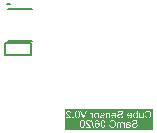
<source format=gbo>
G04*
G04 #@! TF.GenerationSoftware,Altium Limited,Altium Designer,20.0.13 (296)*
G04*
G04 Layer_Color=32896*
%FSLAX25Y25*%
%MOIN*%
G70*
G01*
G75*
%ADD10C,0.00787*%
%ADD11C,0.00591*%
G36*
X14764Y-31243D02*
Y-35039D01*
X-14764D01*
Y-31243D01*
Y-27953D01*
X14764D01*
Y-31243D01*
D02*
G37*
%LPC*%
G36*
X-13408Y-28674D02*
X-13444D01*
X-13468Y-28677D01*
X-13498Y-28679D01*
X-13534Y-28685D01*
X-13575Y-28690D01*
X-13616Y-28698D01*
X-13662Y-28709D01*
X-13709Y-28723D01*
X-13758Y-28739D01*
X-13804Y-28758D01*
X-13853Y-28783D01*
X-13900Y-28810D01*
X-13943Y-28840D01*
X-13984Y-28876D01*
X-13987Y-28879D01*
X-13993Y-28884D01*
X-14004Y-28898D01*
X-14017Y-28911D01*
X-14034Y-28930D01*
X-14053Y-28955D01*
X-14072Y-28982D01*
X-14091Y-29015D01*
X-14110Y-29048D01*
X-14129Y-29086D01*
X-14148Y-29127D01*
X-14165Y-29171D01*
X-14178Y-29220D01*
X-14189Y-29269D01*
X-14195Y-29321D01*
X-14197Y-29375D01*
Y-29378D01*
Y-29381D01*
Y-29389D01*
Y-29400D01*
X-14195Y-29430D01*
X-14189Y-29468D01*
X-14181Y-29515D01*
X-14170Y-29564D01*
X-14156Y-29618D01*
X-14135Y-29673D01*
Y-29676D01*
X-14132Y-29678D01*
X-14129Y-29687D01*
X-14124Y-29697D01*
X-14107Y-29728D01*
X-14085Y-29766D01*
X-14055Y-29812D01*
X-14020Y-29864D01*
X-13979Y-29919D01*
X-13927Y-29979D01*
X-13924Y-29981D01*
X-13922Y-29987D01*
X-13911Y-29995D01*
X-13900Y-30009D01*
X-13883Y-30025D01*
X-13864Y-30044D01*
X-13842Y-30069D01*
X-13815Y-30093D01*
X-13782Y-30123D01*
X-13747Y-30156D01*
X-13709Y-30194D01*
X-13665Y-30233D01*
X-13619Y-30276D01*
X-13567Y-30320D01*
X-13509Y-30369D01*
X-13449Y-30421D01*
X-13447Y-30424D01*
X-13438Y-30432D01*
X-13422Y-30443D01*
X-13406Y-30459D01*
X-13381Y-30478D01*
X-13356Y-30500D01*
X-13299Y-30549D01*
X-13239Y-30601D01*
X-13182Y-30656D01*
X-13155Y-30680D01*
X-13130Y-30702D01*
X-13108Y-30724D01*
X-13092Y-30740D01*
X-13089Y-30743D01*
X-13078Y-30754D01*
X-13064Y-30770D01*
X-13045Y-30792D01*
X-13024Y-30817D01*
X-13002Y-30844D01*
X-12958Y-30904D01*
X-14200D01*
Y-31202D01*
X-12532D01*
Y-31161D01*
X-12535Y-31133D01*
X-12538Y-31101D01*
X-12546Y-31065D01*
X-12554Y-31027D01*
X-12568Y-30989D01*
Y-30986D01*
X-12570Y-30981D01*
X-12573Y-30972D01*
X-12578Y-30959D01*
X-12587Y-30945D01*
X-12595Y-30926D01*
X-12617Y-30882D01*
X-12644Y-30830D01*
X-12679Y-30773D01*
X-12720Y-30713D01*
X-12770Y-30653D01*
X-12772Y-30650D01*
X-12775Y-30645D01*
X-12783Y-30637D01*
X-12797Y-30623D01*
X-12810Y-30609D01*
X-12830Y-30590D01*
X-12849Y-30568D01*
X-12873Y-30544D01*
X-12901Y-30516D01*
X-12931Y-30489D01*
X-12963Y-30457D01*
X-13002Y-30424D01*
X-13040Y-30388D01*
X-13083Y-30353D01*
X-13127Y-30314D01*
X-13176Y-30274D01*
X-13182Y-30271D01*
X-13195Y-30257D01*
X-13215Y-30241D01*
X-13242Y-30216D01*
X-13275Y-30189D01*
X-13313Y-30156D01*
X-13356Y-30121D01*
X-13400Y-30080D01*
X-13493Y-29995D01*
X-13583Y-29905D01*
X-13627Y-29861D01*
X-13668Y-29818D01*
X-13703Y-29777D01*
X-13733Y-29739D01*
X-13736Y-29736D01*
X-13739Y-29730D01*
X-13747Y-29719D01*
X-13755Y-29706D01*
X-13769Y-29687D01*
X-13780Y-29667D01*
X-13807Y-29618D01*
X-13834Y-29561D01*
X-13859Y-29498D01*
X-13875Y-29433D01*
X-13878Y-29400D01*
X-13881Y-29367D01*
Y-29364D01*
Y-29359D01*
Y-29348D01*
X-13878Y-29337D01*
Y-29321D01*
X-13872Y-29302D01*
X-13864Y-29261D01*
X-13848Y-29212D01*
X-13823Y-29160D01*
X-13810Y-29132D01*
X-13791Y-29108D01*
X-13771Y-29083D01*
X-13747Y-29059D01*
X-13744Y-29056D01*
X-13742Y-29053D01*
X-13733Y-29048D01*
X-13722Y-29040D01*
X-13709Y-29029D01*
X-13692Y-29018D01*
X-13654Y-28993D01*
X-13602Y-28971D01*
X-13545Y-28949D01*
X-13477Y-28936D01*
X-13438Y-28930D01*
X-13378D01*
X-13362Y-28933D01*
X-13343D01*
X-13321Y-28939D01*
X-13272Y-28947D01*
X-13215Y-28963D01*
X-13155Y-28988D01*
X-13125Y-29004D01*
X-13094Y-29021D01*
X-13067Y-29042D01*
X-13040Y-29067D01*
X-13037Y-29070D01*
X-13034Y-29072D01*
X-13029Y-29081D01*
X-13018Y-29092D01*
X-13010Y-29105D01*
X-12999Y-29122D01*
X-12985Y-29141D01*
X-12974Y-29162D01*
X-12961Y-29187D01*
X-12950Y-29214D01*
X-12928Y-29280D01*
X-12912Y-29351D01*
X-12909Y-29392D01*
X-12906Y-29435D01*
X-12589Y-29403D01*
Y-29397D01*
X-12592Y-29386D01*
X-12595Y-29370D01*
X-12598Y-29345D01*
X-12603Y-29315D01*
X-12611Y-29280D01*
X-12619Y-29242D01*
X-12633Y-29201D01*
X-12647Y-29160D01*
X-12663Y-29113D01*
X-12685Y-29070D01*
X-12707Y-29026D01*
X-12734Y-28980D01*
X-12764Y-28939D01*
X-12797Y-28898D01*
X-12835Y-28862D01*
X-12838Y-28859D01*
X-12846Y-28854D01*
X-12857Y-28846D01*
X-12873Y-28832D01*
X-12895Y-28819D01*
X-12923Y-28802D01*
X-12953Y-28786D01*
X-12988Y-28767D01*
X-13026Y-28750D01*
X-13070Y-28734D01*
X-13116Y-28717D01*
X-13168Y-28704D01*
X-13223Y-28690D01*
X-13280Y-28682D01*
X-13343Y-28677D01*
X-13408Y-28674D01*
D02*
G37*
G36*
X9646Y-28682D02*
X9338D01*
Y-29580D01*
X9335Y-29577D01*
X9330Y-29569D01*
X9319Y-29558D01*
X9302Y-29542D01*
X9283Y-29523D01*
X9262Y-29501D01*
X9234Y-29479D01*
X9201Y-29457D01*
X9169Y-29435D01*
X9131Y-29411D01*
X9089Y-29392D01*
X9046Y-29373D01*
X8997Y-29356D01*
X8948Y-29345D01*
X8893Y-29337D01*
X8838Y-29334D01*
X8808D01*
X8795Y-29337D01*
X8776D01*
X8735Y-29343D01*
X8686Y-29351D01*
X8631Y-29364D01*
X8576Y-29381D01*
X8519Y-29403D01*
X8516D01*
X8513Y-29405D01*
X8505Y-29411D01*
X8494Y-29416D01*
X8467Y-29430D01*
X8432Y-29452D01*
X8393Y-29479D01*
X8352Y-29512D01*
X8311Y-29550D01*
X8273Y-29594D01*
X8268Y-29599D01*
X8257Y-29616D01*
X8241Y-29643D01*
X8216Y-29676D01*
X8191Y-29719D01*
X8167Y-29771D01*
X8142Y-29829D01*
X8120Y-29891D01*
Y-29894D01*
X8118Y-29899D01*
X8115Y-29908D01*
X8112Y-29921D01*
X8107Y-29938D01*
X8101Y-29957D01*
X8096Y-29979D01*
X8090Y-30003D01*
X8082Y-30058D01*
X8071Y-30121D01*
X8066Y-30189D01*
X8063Y-30263D01*
Y-30285D01*
X8066Y-30306D01*
Y-30339D01*
X8071Y-30380D01*
X8077Y-30424D01*
X8082Y-30476D01*
X8093Y-30530D01*
X8104Y-30588D01*
X8120Y-30645D01*
X8140Y-30708D01*
X8161Y-30768D01*
X8189Y-30828D01*
X8221Y-30885D01*
X8257Y-30937D01*
X8298Y-30989D01*
X8301Y-30992D01*
X8309Y-31000D01*
X8322Y-31013D01*
X8339Y-31027D01*
X8361Y-31049D01*
X8388Y-31068D01*
X8421Y-31093D01*
X8453Y-31114D01*
X8494Y-31139D01*
X8535Y-31163D01*
X8582Y-31183D01*
X8631Y-31202D01*
X8683Y-31218D01*
X8737Y-31232D01*
X8795Y-31240D01*
X8855Y-31243D01*
X8868D01*
X8885Y-31240D01*
X8907Y-31237D01*
X8934Y-31234D01*
X8967Y-31229D01*
X9002Y-31221D01*
X9038Y-31210D01*
X9079Y-31196D01*
X9120Y-31177D01*
X9161Y-31155D01*
X9204Y-31131D01*
X9245Y-31098D01*
X9286Y-31062D01*
X9324Y-31022D01*
X9360Y-30975D01*
Y-31202D01*
X9646D01*
Y-28682D01*
D02*
G37*
G36*
X-7159D02*
X-7523D01*
X-8178Y-30514D01*
Y-30516D01*
X-8180Y-30525D01*
X-8186Y-30536D01*
X-8191Y-30552D01*
X-8197Y-30571D01*
X-8205Y-30593D01*
X-8213Y-30617D01*
X-8224Y-30648D01*
X-8243Y-30710D01*
X-8265Y-30779D01*
X-8287Y-30852D01*
X-8309Y-30926D01*
Y-30923D01*
X-8311Y-30918D01*
X-8314Y-30904D01*
X-8320Y-30891D01*
X-8325Y-30871D01*
X-8331Y-30850D01*
X-8339Y-30825D01*
X-8347Y-30798D01*
X-8366Y-30735D01*
X-8391Y-30664D01*
X-8418Y-30590D01*
X-8445Y-30514D01*
X-9125Y-28682D01*
X-9464D01*
X-8481Y-31202D01*
X-8137D01*
X-7159Y-28682D01*
D02*
G37*
G36*
X13013Y-28638D02*
X12977D01*
X12950Y-28641D01*
X12917Y-28644D01*
X12879Y-28649D01*
X12838Y-28655D01*
X12791Y-28663D01*
X12742Y-28674D01*
X12690Y-28685D01*
X12639Y-28701D01*
X12584Y-28720D01*
X12529Y-28742D01*
X12477Y-28769D01*
X12426Y-28797D01*
X12376Y-28832D01*
X12374Y-28835D01*
X12365Y-28840D01*
X12352Y-28851D01*
X12336Y-28868D01*
X12314Y-28887D01*
X12289Y-28911D01*
X12264Y-28939D01*
X12235Y-28971D01*
X12205Y-29007D01*
X12174Y-29048D01*
X12144Y-29092D01*
X12117Y-29141D01*
X12087Y-29193D01*
X12062Y-29250D01*
X12038Y-29310D01*
X12016Y-29373D01*
X12344Y-29449D01*
Y-29446D01*
X12349Y-29438D01*
X12352Y-29422D01*
X12360Y-29403D01*
X12368Y-29381D01*
X12382Y-29356D01*
X12409Y-29296D01*
X12445Y-29231D01*
X12491Y-29162D01*
X12540Y-29100D01*
X12570Y-29072D01*
X12600Y-29048D01*
X12603Y-29045D01*
X12608Y-29042D01*
X12617Y-29037D01*
X12630Y-29029D01*
X12647Y-29018D01*
X12666Y-29007D01*
X12688Y-28996D01*
X12715Y-28985D01*
X12745Y-28974D01*
X12775Y-28963D01*
X12846Y-28941D01*
X12928Y-28928D01*
X12972Y-28922D01*
X13045D01*
X13067Y-28925D01*
X13092Y-28928D01*
X13122Y-28930D01*
X13155Y-28933D01*
X13187Y-28939D01*
X13266Y-28958D01*
X13348Y-28982D01*
X13389Y-28999D01*
X13430Y-29018D01*
X13468Y-29040D01*
X13507Y-29064D01*
X13509Y-29067D01*
X13515Y-29070D01*
X13526Y-29078D01*
X13539Y-29089D01*
X13553Y-29102D01*
X13572Y-29122D01*
X13591Y-29141D01*
X13613Y-29162D01*
X13635Y-29190D01*
X13659Y-29217D01*
X13703Y-29280D01*
X13744Y-29354D01*
X13780Y-29438D01*
Y-29441D01*
X13782Y-29449D01*
X13788Y-29463D01*
X13791Y-29479D01*
X13796Y-29501D01*
X13804Y-29526D01*
X13810Y-29556D01*
X13818Y-29586D01*
X13826Y-29621D01*
X13832Y-29659D01*
X13845Y-29741D01*
X13853Y-29829D01*
X13856Y-29921D01*
Y-29924D01*
Y-29935D01*
Y-29951D01*
X13853Y-29976D01*
Y-30003D01*
X13851Y-30036D01*
X13848Y-30071D01*
X13845Y-30112D01*
X13840Y-30156D01*
X13834Y-30200D01*
X13818Y-30295D01*
X13793Y-30391D01*
X13763Y-30484D01*
Y-30487D01*
X13758Y-30495D01*
X13752Y-30506D01*
X13747Y-30522D01*
X13736Y-30544D01*
X13722Y-30566D01*
X13692Y-30617D01*
X13651Y-30678D01*
X13602Y-30735D01*
X13542Y-30792D01*
X13509Y-30817D01*
X13474Y-30841D01*
X13471D01*
X13466Y-30847D01*
X13455Y-30852D01*
X13438Y-30860D01*
X13419Y-30869D01*
X13397Y-30880D01*
X13373Y-30888D01*
X13346Y-30899D01*
X13283Y-30921D01*
X13209Y-30940D01*
X13130Y-30953D01*
X13089Y-30956D01*
X13045Y-30959D01*
X13018D01*
X12999Y-30956D01*
X12974Y-30953D01*
X12947Y-30951D01*
X12914Y-30945D01*
X12881Y-30940D01*
X12805Y-30921D01*
X12767Y-30907D01*
X12726Y-30891D01*
X12685Y-30871D01*
X12647Y-30850D01*
X12608Y-30825D01*
X12570Y-30798D01*
X12567Y-30795D01*
X12562Y-30790D01*
X12551Y-30781D01*
X12538Y-30768D01*
X12524Y-30751D01*
X12505Y-30729D01*
X12486Y-30705D01*
X12464Y-30678D01*
X12442Y-30645D01*
X12420Y-30609D01*
X12398Y-30571D01*
X12376Y-30527D01*
X12357Y-30481D01*
X12338Y-30429D01*
X12319Y-30375D01*
X12306Y-30317D01*
X11972Y-30402D01*
Y-30407D01*
X11978Y-30421D01*
X11983Y-30440D01*
X11994Y-30470D01*
X12005Y-30503D01*
X12022Y-30544D01*
X12038Y-30588D01*
X12060Y-30634D01*
X12084Y-30686D01*
X12112Y-30735D01*
X12142Y-30790D01*
X12177Y-30841D01*
X12215Y-30891D01*
X12256Y-30940D01*
X12303Y-30986D01*
X12352Y-31030D01*
X12355Y-31032D01*
X12365Y-31038D01*
X12379Y-31049D01*
X12401Y-31062D01*
X12426Y-31079D01*
X12458Y-31098D01*
X12494Y-31117D01*
X12538Y-31136D01*
X12584Y-31155D01*
X12633Y-31174D01*
X12688Y-31194D01*
X12748Y-31210D01*
X12810Y-31224D01*
X12876Y-31234D01*
X12944Y-31240D01*
X13018Y-31243D01*
X13056D01*
X13086Y-31240D01*
X13119Y-31237D01*
X13160Y-31234D01*
X13204Y-31229D01*
X13253Y-31221D01*
X13305Y-31213D01*
X13359Y-31202D01*
X13414Y-31188D01*
X13468Y-31174D01*
X13526Y-31155D01*
X13580Y-31133D01*
X13632Y-31109D01*
X13681Y-31079D01*
X13684Y-31076D01*
X13692Y-31071D01*
X13706Y-31062D01*
X13722Y-31049D01*
X13744Y-31030D01*
X13769Y-31011D01*
X13796Y-30986D01*
X13826Y-30956D01*
X13856Y-30923D01*
X13889Y-30888D01*
X13919Y-30850D01*
X13952Y-30806D01*
X13984Y-30760D01*
X14014Y-30710D01*
X14042Y-30656D01*
X14069Y-30598D01*
X14072Y-30596D01*
X14074Y-30585D01*
X14080Y-30566D01*
X14088Y-30544D01*
X14099Y-30514D01*
X14110Y-30481D01*
X14121Y-30440D01*
X14135Y-30396D01*
X14145Y-30347D01*
X14159Y-30295D01*
X14170Y-30241D01*
X14178Y-30181D01*
X14195Y-30055D01*
X14197Y-29990D01*
X14200Y-29924D01*
Y-29886D01*
X14197Y-29859D01*
X14195Y-29823D01*
X14192Y-29782D01*
X14186Y-29739D01*
X14181Y-29689D01*
X14173Y-29638D01*
X14165Y-29583D01*
X14137Y-29465D01*
X14118Y-29408D01*
X14099Y-29351D01*
X14077Y-29291D01*
X14050Y-29236D01*
X14047Y-29233D01*
X14042Y-29223D01*
X14034Y-29209D01*
X14023Y-29187D01*
X14006Y-29162D01*
X13987Y-29135D01*
X13965Y-29105D01*
X13941Y-29070D01*
X13911Y-29037D01*
X13881Y-28999D01*
X13845Y-28963D01*
X13807Y-28925D01*
X13766Y-28889D01*
X13722Y-28854D01*
X13673Y-28821D01*
X13624Y-28791D01*
X13621Y-28788D01*
X13610Y-28786D01*
X13597Y-28778D01*
X13575Y-28767D01*
X13550Y-28756D01*
X13518Y-28742D01*
X13482Y-28728D01*
X13444Y-28715D01*
X13400Y-28701D01*
X13351Y-28687D01*
X13302Y-28674D01*
X13247Y-28663D01*
X13135Y-28644D01*
X13075Y-28641D01*
X13013Y-28638D01*
D02*
G37*
G36*
X11609Y-29375D02*
X11301D01*
Y-30388D01*
Y-30391D01*
Y-30399D01*
Y-30410D01*
Y-30426D01*
Y-30448D01*
Y-30470D01*
X11298Y-30519D01*
Y-30574D01*
X11293Y-30628D01*
X11290Y-30678D01*
X11287Y-30699D01*
X11284Y-30716D01*
X11282Y-30721D01*
X11279Y-30735D01*
X11271Y-30760D01*
X11257Y-30787D01*
X11241Y-30817D01*
X11219Y-30847D01*
X11192Y-30880D01*
X11159Y-30907D01*
X11153Y-30910D01*
X11142Y-30918D01*
X11121Y-30929D01*
X11093Y-30940D01*
X11061Y-30953D01*
X11020Y-30964D01*
X10973Y-30972D01*
X10924Y-30975D01*
X10899D01*
X10875Y-30972D01*
X10840Y-30967D01*
X10798Y-30959D01*
X10755Y-30945D01*
X10711Y-30929D01*
X10665Y-30904D01*
X10662D01*
X10659Y-30902D01*
X10646Y-30891D01*
X10624Y-30874D01*
X10597Y-30852D01*
X10569Y-30825D01*
X10539Y-30792D01*
X10512Y-30754D01*
X10490Y-30710D01*
Y-30708D01*
X10487Y-30705D01*
X10485Y-30697D01*
X10482Y-30689D01*
X10479Y-30675D01*
X10474Y-30659D01*
X10468Y-30642D01*
X10463Y-30620D01*
X10454Y-30568D01*
X10446Y-30508D01*
X10441Y-30437D01*
X10438Y-30356D01*
Y-29375D01*
X10130D01*
Y-31202D01*
X10405D01*
Y-30934D01*
X10408Y-30937D01*
X10416Y-30948D01*
X10427Y-30961D01*
X10444Y-30983D01*
X10465Y-31005D01*
X10493Y-31032D01*
X10523Y-31060D01*
X10558Y-31087D01*
X10599Y-31117D01*
X10643Y-31144D01*
X10689Y-31172D01*
X10741Y-31194D01*
X10798Y-31215D01*
X10856Y-31229D01*
X10919Y-31240D01*
X10987Y-31243D01*
X11014D01*
X11044Y-31240D01*
X11085Y-31234D01*
X11132Y-31229D01*
X11183Y-31218D01*
X11235Y-31202D01*
X11290Y-31183D01*
X11293D01*
X11295Y-31180D01*
X11312Y-31172D01*
X11336Y-31158D01*
X11369Y-31139D01*
X11402Y-31117D01*
X11437Y-31090D01*
X11470Y-31060D01*
X11497Y-31027D01*
X11500Y-31022D01*
X11508Y-31011D01*
X11519Y-30989D01*
X11533Y-30961D01*
X11549Y-30929D01*
X11566Y-30891D01*
X11579Y-30847D01*
X11593Y-30798D01*
Y-30792D01*
X11596Y-30781D01*
X11598Y-30757D01*
X11601Y-30727D01*
X11604Y-30686D01*
X11607Y-30637D01*
X11609Y-30577D01*
Y-29375D01*
D02*
G37*
G36*
X6938Y-29334D02*
X6922D01*
X6903Y-29337D01*
X6878D01*
X6846Y-29343D01*
X6810Y-29348D01*
X6769Y-29356D01*
X6725Y-29364D01*
X6679Y-29378D01*
X6633Y-29395D01*
X6581Y-29416D01*
X6532Y-29441D01*
X6482Y-29468D01*
X6433Y-29504D01*
X6384Y-29542D01*
X6340Y-29586D01*
X6338Y-29588D01*
X6329Y-29596D01*
X6319Y-29610D01*
X6305Y-29632D01*
X6286Y-29657D01*
X6267Y-29687D01*
X6245Y-29725D01*
X6223Y-29766D01*
X6204Y-29812D01*
X6182Y-29864D01*
X6163Y-29921D01*
X6144Y-29984D01*
X6130Y-30052D01*
X6119Y-30126D01*
X6111Y-30203D01*
X6108Y-30285D01*
Y-30331D01*
X6111Y-30366D01*
X7473D01*
Y-30369D01*
Y-30380D01*
X7471Y-30396D01*
X7468Y-30415D01*
X7465Y-30443D01*
X7460Y-30470D01*
X7454Y-30503D01*
X7446Y-30538D01*
X7424Y-30612D01*
X7394Y-30691D01*
X7375Y-30727D01*
X7356Y-30765D01*
X7331Y-30798D01*
X7304Y-30830D01*
X7301Y-30833D01*
X7296Y-30836D01*
X7288Y-30844D01*
X7277Y-30855D01*
X7260Y-30866D01*
X7244Y-30880D01*
X7222Y-30896D01*
X7198Y-30910D01*
X7143Y-30940D01*
X7078Y-30964D01*
X7042Y-30975D01*
X7004Y-30981D01*
X6963Y-30986D01*
X6922Y-30989D01*
X6905D01*
X6895Y-30986D01*
X6862Y-30983D01*
X6821Y-30978D01*
X6777Y-30967D01*
X6728Y-30951D01*
X6679Y-30931D01*
X6633Y-30902D01*
X6630D01*
X6627Y-30896D01*
X6613Y-30885D01*
X6592Y-30863D01*
X6564Y-30830D01*
X6534Y-30792D01*
X6502Y-30740D01*
X6469Y-30680D01*
X6441Y-30612D01*
X6119Y-30653D01*
Y-30656D01*
X6122Y-30667D01*
X6128Y-30680D01*
X6136Y-30699D01*
X6144Y-30724D01*
X6155Y-30751D01*
X6168Y-30781D01*
X6182Y-30814D01*
X6220Y-30882D01*
X6269Y-30956D01*
X6300Y-30992D01*
X6329Y-31027D01*
X6362Y-31060D01*
X6401Y-31090D01*
X6403Y-31093D01*
X6409Y-31095D01*
X6422Y-31104D01*
X6436Y-31114D01*
X6458Y-31125D01*
X6482Y-31139D01*
X6510Y-31153D01*
X6542Y-31166D01*
X6578Y-31180D01*
X6619Y-31194D01*
X6660Y-31207D01*
X6706Y-31218D01*
X6755Y-31229D01*
X6807Y-31237D01*
X6865Y-31240D01*
X6922Y-31243D01*
X6938D01*
X6960Y-31240D01*
X6987D01*
X7023Y-31234D01*
X7061Y-31229D01*
X7105Y-31221D01*
X7151Y-31213D01*
X7200Y-31199D01*
X7252Y-31183D01*
X7307Y-31163D01*
X7359Y-31139D01*
X7413Y-31112D01*
X7462Y-31079D01*
X7512Y-31041D01*
X7558Y-30997D01*
X7561Y-30994D01*
X7569Y-30986D01*
X7580Y-30972D01*
X7593Y-30951D01*
X7613Y-30926D01*
X7632Y-30896D01*
X7654Y-30860D01*
X7673Y-30820D01*
X7694Y-30773D01*
X7716Y-30721D01*
X7735Y-30664D01*
X7755Y-30601D01*
X7768Y-30536D01*
X7779Y-30465D01*
X7787Y-30388D01*
X7790Y-30306D01*
Y-30287D01*
X7787Y-30263D01*
Y-30230D01*
X7782Y-30192D01*
X7776Y-30148D01*
X7771Y-30096D01*
X7760Y-30044D01*
X7749Y-29987D01*
X7733Y-29930D01*
X7714Y-29869D01*
X7692Y-29809D01*
X7665Y-29752D01*
X7632Y-29695D01*
X7596Y-29640D01*
X7555Y-29591D01*
X7553Y-29588D01*
X7544Y-29580D01*
X7531Y-29566D01*
X7512Y-29550D01*
X7490Y-29531D01*
X7460Y-29509D01*
X7427Y-29487D01*
X7389Y-29463D01*
X7348Y-29438D01*
X7301Y-29416D01*
X7249Y-29395D01*
X7195Y-29375D01*
X7135Y-29359D01*
X7075Y-29345D01*
X7006Y-29337D01*
X6938Y-29334D01*
D02*
G37*
G36*
X1656D02*
X1639D01*
X1620Y-29337D01*
X1596D01*
X1563Y-29343D01*
X1527Y-29348D01*
X1486Y-29356D01*
X1443Y-29364D01*
X1396Y-29378D01*
X1350Y-29395D01*
X1298Y-29416D01*
X1249Y-29441D01*
X1200Y-29468D01*
X1151Y-29504D01*
X1101Y-29542D01*
X1058Y-29586D01*
X1055Y-29588D01*
X1047Y-29596D01*
X1036Y-29610D01*
X1022Y-29632D01*
X1003Y-29657D01*
X984Y-29687D01*
X962Y-29725D01*
X941Y-29766D01*
X921Y-29812D01*
X900Y-29864D01*
X880Y-29921D01*
X861Y-29984D01*
X848Y-30052D01*
X837Y-30126D01*
X829Y-30203D01*
X826Y-30285D01*
Y-30331D01*
X829Y-30366D01*
X2191D01*
Y-30369D01*
Y-30380D01*
X2188Y-30396D01*
X2185Y-30415D01*
X2183Y-30443D01*
X2177Y-30470D01*
X2172Y-30503D01*
X2163Y-30538D01*
X2142Y-30612D01*
X2112Y-30691D01*
X2093Y-30727D01*
X2073Y-30765D01*
X2049Y-30798D01*
X2022Y-30830D01*
X2019Y-30833D01*
X2013Y-30836D01*
X2005Y-30844D01*
X1994Y-30855D01*
X1978Y-30866D01*
X1962Y-30880D01*
X1940Y-30896D01*
X1915Y-30910D01*
X1860Y-30940D01*
X1795Y-30964D01*
X1760Y-30975D01*
X1721Y-30981D01*
X1680Y-30986D01*
X1639Y-30989D01*
X1623D01*
X1612Y-30986D01*
X1579Y-30983D01*
X1538Y-30978D01*
X1495Y-30967D01*
X1445Y-30951D01*
X1396Y-30931D01*
X1350Y-30902D01*
X1347D01*
X1345Y-30896D01*
X1331Y-30885D01*
X1309Y-30863D01*
X1282Y-30830D01*
X1252Y-30792D01*
X1219Y-30740D01*
X1186Y-30680D01*
X1159Y-30612D01*
X837Y-30653D01*
Y-30656D01*
X840Y-30667D01*
X845Y-30680D01*
X853Y-30699D01*
X861Y-30724D01*
X872Y-30751D01*
X886Y-30781D01*
X900Y-30814D01*
X938Y-30882D01*
X987Y-30956D01*
X1017Y-30992D01*
X1047Y-31027D01*
X1080Y-31060D01*
X1118Y-31090D01*
X1121Y-31093D01*
X1126Y-31095D01*
X1140Y-31104D01*
X1153Y-31114D01*
X1175Y-31125D01*
X1200Y-31139D01*
X1227Y-31153D01*
X1260Y-31166D01*
X1295Y-31180D01*
X1336Y-31194D01*
X1377Y-31207D01*
X1424Y-31218D01*
X1473Y-31229D01*
X1525Y-31237D01*
X1582Y-31240D01*
X1639Y-31243D01*
X1656D01*
X1678Y-31240D01*
X1705D01*
X1740Y-31234D01*
X1779Y-31229D01*
X1822Y-31221D01*
X1869Y-31213D01*
X1918Y-31199D01*
X1970Y-31183D01*
X2024Y-31163D01*
X2076Y-31139D01*
X2131Y-31112D01*
X2180Y-31079D01*
X2229Y-31041D01*
X2276Y-30997D01*
X2278Y-30994D01*
X2286Y-30986D01*
X2297Y-30972D01*
X2311Y-30951D01*
X2330Y-30926D01*
X2349Y-30896D01*
X2371Y-30860D01*
X2390Y-30820D01*
X2412Y-30773D01*
X2434Y-30721D01*
X2453Y-30664D01*
X2472Y-30601D01*
X2486Y-30536D01*
X2497Y-30465D01*
X2505Y-30388D01*
X2507Y-30306D01*
Y-30287D01*
X2505Y-30263D01*
Y-30230D01*
X2499Y-30192D01*
X2494Y-30148D01*
X2488Y-30096D01*
X2478Y-30044D01*
X2467Y-29987D01*
X2450Y-29930D01*
X2431Y-29869D01*
X2409Y-29809D01*
X2382Y-29752D01*
X2349Y-29695D01*
X2314Y-29640D01*
X2273Y-29591D01*
X2270Y-29588D01*
X2262Y-29580D01*
X2248Y-29566D01*
X2229Y-29550D01*
X2207Y-29531D01*
X2177Y-29509D01*
X2144Y-29487D01*
X2106Y-29463D01*
X2065Y-29438D01*
X2019Y-29416D01*
X1967Y-29395D01*
X1912Y-29375D01*
X1852Y-29359D01*
X1792Y-29345D01*
X1724Y-29337D01*
X1656Y-29334D01*
D02*
G37*
G36*
X-411D02*
X-438D01*
X-454Y-29337D01*
X-471D01*
X-512Y-29343D01*
X-558Y-29348D01*
X-610Y-29359D01*
X-662Y-29375D01*
X-714Y-29395D01*
X-717D01*
X-719Y-29397D01*
X-736Y-29405D01*
X-760Y-29419D01*
X-793Y-29435D01*
X-826Y-29460D01*
X-861Y-29485D01*
X-894Y-29515D01*
X-921Y-29550D01*
X-924Y-29556D01*
X-932Y-29566D01*
X-943Y-29588D01*
X-960Y-29616D01*
X-976Y-29648D01*
X-990Y-29687D01*
X-1006Y-29730D01*
X-1017Y-29779D01*
Y-29782D01*
X-1020Y-29796D01*
X-1022Y-29818D01*
X-1028Y-29848D01*
X-1031Y-29889D01*
Y-29913D01*
X-1033Y-29941D01*
Y-29970D01*
X-1036Y-30006D01*
Y-31202D01*
X-728D01*
Y-30091D01*
Y-30088D01*
Y-30082D01*
Y-30071D01*
Y-30061D01*
Y-30044D01*
X-725Y-30025D01*
X-722Y-29984D01*
X-719Y-29938D01*
X-711Y-29891D01*
X-703Y-29848D01*
X-689Y-29809D01*
X-687Y-29804D01*
X-681Y-29793D01*
X-673Y-29777D01*
X-659Y-29755D01*
X-643Y-29730D01*
X-621Y-29706D01*
X-594Y-29681D01*
X-561Y-29659D01*
X-558Y-29657D01*
X-545Y-29651D01*
X-526Y-29640D01*
X-501Y-29629D01*
X-468Y-29621D01*
X-433Y-29610D01*
X-392Y-29605D01*
X-345Y-29602D01*
X-326D01*
X-313Y-29605D01*
X-296D01*
X-274Y-29607D01*
X-228Y-29618D01*
X-176Y-29632D01*
X-119Y-29654D01*
X-61Y-29687D01*
X-31Y-29706D01*
X-4Y-29728D01*
X-1Y-29730D01*
X1Y-29733D01*
X10Y-29741D01*
X18Y-29752D01*
X29Y-29768D01*
X40Y-29785D01*
X53Y-29807D01*
X67Y-29834D01*
X81Y-29864D01*
X94Y-29899D01*
X105Y-29938D01*
X116Y-29981D01*
X124Y-30031D01*
X132Y-30082D01*
X135Y-30143D01*
X138Y-30205D01*
Y-31202D01*
X446D01*
Y-29375D01*
X168D01*
Y-29638D01*
X165Y-29635D01*
X160Y-29624D01*
X146Y-29610D01*
X130Y-29591D01*
X111Y-29566D01*
X86Y-29542D01*
X56Y-29515D01*
X21Y-29485D01*
X-18Y-29457D01*
X-61Y-29430D01*
X-108Y-29405D01*
X-160Y-29381D01*
X-217Y-29362D01*
X-277Y-29348D01*
X-343Y-29337D01*
X-411Y-29334D01*
D02*
G37*
G36*
X-5898D02*
X-5914D01*
X-5926Y-29337D01*
X-5939D01*
X-5956Y-29340D01*
X-5996Y-29348D01*
X-6046Y-29359D01*
X-6098Y-29378D01*
X-6157Y-29403D01*
X-6218Y-29435D01*
X-6108Y-29722D01*
X-6103Y-29719D01*
X-6089Y-29711D01*
X-6067Y-29700D01*
X-6037Y-29687D01*
X-6005Y-29676D01*
X-5966Y-29665D01*
X-5926Y-29657D01*
X-5882Y-29654D01*
X-5865D01*
X-5846Y-29657D01*
X-5822Y-29662D01*
X-5792Y-29670D01*
X-5762Y-29681D01*
X-5732Y-29695D01*
X-5699Y-29717D01*
X-5696Y-29719D01*
X-5685Y-29728D01*
X-5672Y-29741D01*
X-5655Y-29760D01*
X-5636Y-29785D01*
X-5617Y-29812D01*
X-5601Y-29848D01*
X-5584Y-29886D01*
Y-29889D01*
X-5582Y-29894D01*
X-5579Y-29902D01*
X-5576Y-29913D01*
X-5573Y-29930D01*
X-5568Y-29949D01*
X-5560Y-29992D01*
X-5551Y-30047D01*
X-5543Y-30107D01*
X-5538Y-30175D01*
X-5535Y-30246D01*
Y-31202D01*
X-5227D01*
Y-29375D01*
X-5505D01*
Y-29651D01*
X-5511Y-29646D01*
X-5516Y-29635D01*
X-5524Y-29624D01*
X-5543Y-29588D01*
X-5571Y-29550D01*
X-5601Y-29506D01*
X-5633Y-29463D01*
X-5666Y-29427D01*
X-5685Y-29411D01*
X-5702Y-29397D01*
X-5707Y-29395D01*
X-5718Y-29386D01*
X-5737Y-29378D01*
X-5759Y-29364D01*
X-5789Y-29354D01*
X-5822Y-29345D01*
X-5860Y-29337D01*
X-5898Y-29334D01*
D02*
G37*
G36*
X-11770Y-30850D02*
X-12123D01*
Y-31202D01*
X-11770D01*
Y-30850D01*
D02*
G37*
G36*
X3842Y-28638D02*
X3796D01*
X3771Y-28641D01*
X3742Y-28644D01*
X3711Y-28646D01*
X3676Y-28649D01*
X3599Y-28660D01*
X3515Y-28677D01*
X3430Y-28701D01*
X3348Y-28731D01*
X3346D01*
X3340Y-28737D01*
X3326Y-28739D01*
X3313Y-28747D01*
X3297Y-28758D01*
X3275Y-28769D01*
X3228Y-28797D01*
X3174Y-28835D01*
X3119Y-28881D01*
X3067Y-28933D01*
X3021Y-28996D01*
X3018Y-28999D01*
X3015Y-29004D01*
X3010Y-29012D01*
X3002Y-29026D01*
X2993Y-29042D01*
X2983Y-29061D01*
X2974Y-29086D01*
X2961Y-29111D01*
X2939Y-29168D01*
X2920Y-29236D01*
X2903Y-29310D01*
X2895Y-29392D01*
X3215Y-29416D01*
Y-29414D01*
X3217Y-29405D01*
Y-29395D01*
X3220Y-29378D01*
X3226Y-29356D01*
X3231Y-29334D01*
X3247Y-29283D01*
X3269Y-29225D01*
X3302Y-29165D01*
X3340Y-29108D01*
X3365Y-29083D01*
X3392Y-29059D01*
X3395Y-29056D01*
X3398Y-29053D01*
X3408Y-29048D01*
X3419Y-29040D01*
X3436Y-29031D01*
X3455Y-29021D01*
X3477Y-29010D01*
X3501Y-28996D01*
X3531Y-28985D01*
X3564Y-28974D01*
X3599Y-28963D01*
X3638Y-28955D01*
X3681Y-28947D01*
X3728Y-28941D01*
X3777Y-28936D01*
X3856D01*
X3878Y-28939D01*
X3903D01*
X3930Y-28941D01*
X3963Y-28944D01*
X3995Y-28949D01*
X4069Y-28963D01*
X4140Y-28982D01*
X4208Y-29010D01*
X4241Y-29029D01*
X4268Y-29048D01*
X4271D01*
X4274Y-29053D01*
X4290Y-29067D01*
X4312Y-29092D01*
X4337Y-29124D01*
X4361Y-29162D01*
X4383Y-29209D01*
X4399Y-29258D01*
X4402Y-29285D01*
X4405Y-29315D01*
Y-29318D01*
Y-29321D01*
X4402Y-29337D01*
X4399Y-29362D01*
X4394Y-29392D01*
X4380Y-29427D01*
X4364Y-29465D01*
X4342Y-29501D01*
X4309Y-29537D01*
X4304Y-29539D01*
X4298Y-29545D01*
X4287Y-29553D01*
X4274Y-29561D01*
X4257Y-29569D01*
X4236Y-29580D01*
X4211Y-29594D01*
X4181Y-29607D01*
X4146Y-29621D01*
X4104Y-29635D01*
X4058Y-29651D01*
X4003Y-29667D01*
X3946Y-29684D01*
X3881Y-29703D01*
X3807Y-29719D01*
X3802D01*
X3788Y-29722D01*
X3769Y-29728D01*
X3742Y-29736D01*
X3709Y-29741D01*
X3670Y-29752D01*
X3630Y-29760D01*
X3586Y-29774D01*
X3493Y-29798D01*
X3400Y-29823D01*
X3356Y-29837D01*
X3318Y-29850D01*
X3280Y-29864D01*
X3250Y-29878D01*
X3247D01*
X3239Y-29883D01*
X3228Y-29889D01*
X3215Y-29897D01*
X3196Y-29905D01*
X3174Y-29919D01*
X3127Y-29949D01*
X3073Y-29984D01*
X3021Y-30028D01*
X2969Y-30080D01*
X2947Y-30107D01*
X2925Y-30134D01*
Y-30137D01*
X2920Y-30143D01*
X2914Y-30151D01*
X2909Y-30162D01*
X2901Y-30175D01*
X2892Y-30194D01*
X2871Y-30238D01*
X2851Y-30290D01*
X2835Y-30350D01*
X2824Y-30418D01*
X2819Y-30492D01*
Y-30511D01*
X2822Y-30525D01*
Y-30544D01*
X2824Y-30563D01*
X2832Y-30615D01*
X2846Y-30672D01*
X2868Y-30735D01*
X2898Y-30801D01*
X2914Y-30836D01*
X2936Y-30869D01*
Y-30871D01*
X2942Y-30877D01*
X2947Y-30885D01*
X2958Y-30899D01*
X2983Y-30929D01*
X3021Y-30970D01*
X3067Y-31013D01*
X3125Y-31060D01*
X3190Y-31104D01*
X3266Y-31144D01*
X3269D01*
X3277Y-31150D01*
X3288Y-31153D01*
X3305Y-31161D01*
X3324Y-31166D01*
X3348Y-31174D01*
X3376Y-31185D01*
X3408Y-31194D01*
X3441Y-31202D01*
X3479Y-31213D01*
X3561Y-31226D01*
X3651Y-31237D01*
X3750Y-31243D01*
X3782D01*
X3807Y-31240D01*
X3837D01*
X3870Y-31237D01*
X3908Y-31234D01*
X3952Y-31229D01*
X4042Y-31218D01*
X4137Y-31202D01*
X4233Y-31177D01*
X4326Y-31144D01*
X4328D01*
X4337Y-31139D01*
X4347Y-31133D01*
X4364Y-31125D01*
X4383Y-31114D01*
X4405Y-31104D01*
X4457Y-31071D01*
X4514Y-31030D01*
X4574Y-30978D01*
X4634Y-30918D01*
X4686Y-30847D01*
X4689Y-30844D01*
X4691Y-30839D01*
X4697Y-30828D01*
X4705Y-30811D01*
X4716Y-30792D01*
X4727Y-30770D01*
X4741Y-30743D01*
X4752Y-30713D01*
X4765Y-30683D01*
X4776Y-30648D01*
X4798Y-30568D01*
X4814Y-30484D01*
X4820Y-30437D01*
X4823Y-30391D01*
X4509Y-30364D01*
Y-30366D01*
Y-30372D01*
X4506Y-30383D01*
X4503Y-30396D01*
X4500Y-30413D01*
X4498Y-30429D01*
X4487Y-30476D01*
X4473Y-30525D01*
X4457Y-30577D01*
X4435Y-30628D01*
X4408Y-30678D01*
X4405Y-30683D01*
X4391Y-30697D01*
X4372Y-30718D01*
X4345Y-30746D01*
X4309Y-30779D01*
X4266Y-30809D01*
X4214Y-30841D01*
X4154Y-30871D01*
X4151D01*
X4146Y-30874D01*
X4137Y-30877D01*
X4124Y-30882D01*
X4107Y-30888D01*
X4088Y-30896D01*
X4066Y-30902D01*
X4042Y-30907D01*
X3984Y-30921D01*
X3916Y-30934D01*
X3845Y-30942D01*
X3766Y-30945D01*
X3733D01*
X3717Y-30942D01*
X3698D01*
X3654Y-30937D01*
X3602Y-30931D01*
X3545Y-30923D01*
X3488Y-30910D01*
X3433Y-30891D01*
X3430D01*
X3427Y-30888D01*
X3419Y-30885D01*
X3408Y-30880D01*
X3384Y-30866D01*
X3351Y-30850D01*
X3316Y-30828D01*
X3277Y-30801D01*
X3245Y-30770D01*
X3215Y-30735D01*
X3212Y-30729D01*
X3204Y-30718D01*
X3190Y-30697D01*
X3176Y-30669D01*
X3165Y-30637D01*
X3152Y-30601D01*
X3144Y-30560D01*
X3141Y-30519D01*
Y-30516D01*
Y-30514D01*
Y-30500D01*
X3144Y-30476D01*
X3149Y-30448D01*
X3157Y-30415D01*
X3171Y-30380D01*
X3187Y-30345D01*
X3212Y-30312D01*
X3215Y-30309D01*
X3226Y-30298D01*
X3242Y-30282D01*
X3266Y-30260D01*
X3297Y-30238D01*
X3337Y-30213D01*
X3384Y-30189D01*
X3438Y-30164D01*
X3444Y-30162D01*
X3449Y-30159D01*
X3460Y-30156D01*
X3471Y-30153D01*
X3488Y-30148D01*
X3509Y-30140D01*
X3531Y-30134D01*
X3561Y-30126D01*
X3591Y-30115D01*
X3630Y-30107D01*
X3670Y-30096D01*
X3717Y-30082D01*
X3766Y-30071D01*
X3823Y-30055D01*
X3886Y-30042D01*
X3889D01*
X3900Y-30039D01*
X3919Y-30033D01*
X3941Y-30028D01*
X3971Y-30020D01*
X4003Y-30011D01*
X4036Y-30001D01*
X4075Y-29990D01*
X4156Y-29965D01*
X4236Y-29938D01*
X4274Y-29924D01*
X4309Y-29910D01*
X4342Y-29897D01*
X4369Y-29883D01*
X4372D01*
X4378Y-29878D01*
X4386Y-29872D01*
X4399Y-29867D01*
X4432Y-29848D01*
X4470Y-29820D01*
X4517Y-29785D01*
X4561Y-29747D01*
X4604Y-29700D01*
X4640Y-29651D01*
Y-29648D01*
X4642Y-29646D01*
X4648Y-29638D01*
X4653Y-29627D01*
X4667Y-29596D01*
X4683Y-29558D01*
X4700Y-29512D01*
X4713Y-29457D01*
X4724Y-29397D01*
X4727Y-29334D01*
Y-29332D01*
Y-29326D01*
Y-29315D01*
X4724Y-29302D01*
Y-29285D01*
X4721Y-29266D01*
X4713Y-29217D01*
X4700Y-29162D01*
X4683Y-29105D01*
X4656Y-29042D01*
X4620Y-28980D01*
Y-28977D01*
X4615Y-28971D01*
X4610Y-28963D01*
X4601Y-28952D01*
X4574Y-28922D01*
X4539Y-28884D01*
X4495Y-28843D01*
X4440Y-28802D01*
X4378Y-28761D01*
X4304Y-28726D01*
X4301D01*
X4296Y-28723D01*
X4282Y-28717D01*
X4268Y-28712D01*
X4249Y-28706D01*
X4225Y-28698D01*
X4197Y-28690D01*
X4167Y-28682D01*
X4135Y-28674D01*
X4099Y-28666D01*
X4023Y-28652D01*
X3935Y-28641D01*
X3842Y-28638D01*
D02*
G37*
G36*
X-2112Y-29334D02*
X-2147D01*
X-2166Y-29337D01*
X-2188D01*
X-2240Y-29343D01*
X-2297Y-29351D01*
X-2363Y-29362D01*
X-2426Y-29375D01*
X-2488Y-29397D01*
X-2491D01*
X-2497Y-29400D01*
X-2505Y-29403D01*
X-2516Y-29408D01*
X-2543Y-29422D01*
X-2581Y-29441D01*
X-2619Y-29465D01*
X-2658Y-29495D01*
X-2696Y-29528D01*
X-2729Y-29566D01*
X-2731Y-29572D01*
X-2742Y-29586D01*
X-2756Y-29610D01*
X-2772Y-29640D01*
X-2791Y-29681D01*
X-2808Y-29730D01*
X-2824Y-29785D01*
X-2838Y-29848D01*
X-2535Y-29889D01*
Y-29886D01*
Y-29883D01*
X-2529Y-29867D01*
X-2524Y-29840D01*
X-2513Y-29809D01*
X-2497Y-29774D01*
X-2475Y-29739D01*
X-2447Y-29703D01*
X-2415Y-29670D01*
X-2409Y-29667D01*
X-2396Y-29657D01*
X-2374Y-29643D01*
X-2344Y-29629D01*
X-2303Y-29613D01*
X-2254Y-29602D01*
X-2199Y-29591D01*
X-2134Y-29588D01*
X-2098D01*
X-2082Y-29591D01*
X-2063D01*
X-2016Y-29596D01*
X-1967Y-29605D01*
X-1915Y-29618D01*
X-1869Y-29635D01*
X-1850Y-29646D01*
X-1830Y-29659D01*
X-1828Y-29662D01*
X-1817Y-29673D01*
X-1803Y-29687D01*
X-1787Y-29706D01*
X-1768Y-29730D01*
X-1754Y-29760D01*
X-1743Y-29790D01*
X-1740Y-29826D01*
Y-29829D01*
Y-29837D01*
X-1743Y-29848D01*
X-1746Y-29861D01*
X-1757Y-29897D01*
X-1765Y-29916D01*
X-1776Y-29935D01*
X-1779Y-29938D01*
X-1784Y-29943D01*
X-1792Y-29951D01*
X-1806Y-29962D01*
X-1822Y-29976D01*
X-1844Y-29990D01*
X-1869Y-30003D01*
X-1896Y-30017D01*
X-1899D01*
X-1907Y-30020D01*
X-1923Y-30025D01*
X-1948Y-30033D01*
X-1964Y-30039D01*
X-1983Y-30044D01*
X-2005Y-30050D01*
X-2030Y-30058D01*
X-2060Y-30066D01*
X-2093Y-30074D01*
X-2128Y-30085D01*
X-2169Y-30096D01*
X-2172D01*
X-2183Y-30099D01*
X-2199Y-30104D01*
X-2224Y-30110D01*
X-2248Y-30118D01*
X-2278Y-30126D01*
X-2314Y-30137D01*
X-2349Y-30148D01*
X-2426Y-30170D01*
X-2499Y-30194D01*
X-2535Y-30205D01*
X-2568Y-30219D01*
X-2598Y-30230D01*
X-2625Y-30241D01*
X-2628D01*
X-2630Y-30244D01*
X-2647Y-30252D01*
X-2671Y-30263D01*
X-2699Y-30282D01*
X-2731Y-30304D01*
X-2767Y-30331D01*
X-2800Y-30364D01*
X-2830Y-30402D01*
X-2832Y-30407D01*
X-2841Y-30421D01*
X-2854Y-30443D01*
X-2868Y-30476D01*
X-2881Y-30514D01*
X-2895Y-30558D01*
X-2903Y-30609D01*
X-2906Y-30667D01*
Y-30694D01*
X-2901Y-30724D01*
X-2895Y-30762D01*
X-2884Y-30806D01*
X-2868Y-30855D01*
X-2843Y-30907D01*
X-2813Y-30959D01*
Y-30961D01*
X-2808Y-30964D01*
X-2797Y-30981D01*
X-2775Y-31005D01*
X-2748Y-31035D01*
X-2709Y-31071D01*
X-2666Y-31106D01*
X-2614Y-31139D01*
X-2554Y-31169D01*
X-2551D01*
X-2546Y-31172D01*
X-2537Y-31174D01*
X-2524Y-31180D01*
X-2507Y-31185D01*
X-2488Y-31194D01*
X-2467Y-31199D01*
X-2442Y-31205D01*
X-2385Y-31218D01*
X-2319Y-31232D01*
X-2248Y-31240D01*
X-2169Y-31243D01*
X-2134D01*
X-2109Y-31240D01*
X-2082Y-31237D01*
X-2046Y-31234D01*
X-2008Y-31232D01*
X-1967Y-31224D01*
X-1880Y-31207D01*
X-1787Y-31183D01*
X-1743Y-31166D01*
X-1699Y-31144D01*
X-1661Y-31123D01*
X-1623Y-31098D01*
X-1620Y-31095D01*
X-1615Y-31090D01*
X-1607Y-31082D01*
X-1593Y-31071D01*
X-1579Y-31054D01*
X-1563Y-31035D01*
X-1544Y-31013D01*
X-1525Y-30989D01*
X-1503Y-30959D01*
X-1484Y-30926D01*
X-1465Y-30891D01*
X-1445Y-30850D01*
X-1429Y-30809D01*
X-1413Y-30762D01*
X-1399Y-30710D01*
X-1388Y-30659D01*
X-1694Y-30609D01*
Y-30612D01*
X-1697Y-30617D01*
Y-30626D01*
X-1699Y-30639D01*
X-1702Y-30656D01*
X-1708Y-30672D01*
X-1721Y-30713D01*
X-1740Y-30760D01*
X-1765Y-30809D01*
X-1795Y-30852D01*
X-1836Y-30893D01*
X-1839D01*
X-1841Y-30896D01*
X-1858Y-30907D01*
X-1885Y-30923D01*
X-1923Y-30940D01*
X-1970Y-30959D01*
X-2027Y-30972D01*
X-2093Y-30983D01*
X-2166Y-30989D01*
X-2188D01*
X-2202Y-30986D01*
X-2221D01*
X-2240Y-30983D01*
X-2286Y-30978D01*
X-2338Y-30967D01*
X-2393Y-30953D01*
X-2442Y-30931D01*
X-2486Y-30904D01*
X-2491Y-30902D01*
X-2502Y-30888D01*
X-2518Y-30871D01*
X-2537Y-30847D01*
X-2557Y-30817D01*
X-2573Y-30781D01*
X-2584Y-30743D01*
X-2589Y-30699D01*
Y-30694D01*
Y-30683D01*
X-2584Y-30661D01*
X-2578Y-30639D01*
X-2568Y-30612D01*
X-2551Y-30585D01*
X-2527Y-30558D01*
X-2497Y-30533D01*
X-2494Y-30530D01*
X-2483Y-30525D01*
X-2464Y-30516D01*
X-2450Y-30511D01*
X-2434Y-30506D01*
X-2412Y-30497D01*
X-2390Y-30489D01*
X-2366Y-30481D01*
X-2335Y-30473D01*
X-2303Y-30462D01*
X-2265Y-30451D01*
X-2224Y-30440D01*
X-2180Y-30429D01*
X-2177D01*
X-2166Y-30426D01*
X-2147Y-30421D01*
X-2125Y-30415D01*
X-2098Y-30407D01*
X-2065Y-30399D01*
X-2030Y-30388D01*
X-1991Y-30377D01*
X-1915Y-30353D01*
X-1836Y-30328D01*
X-1798Y-30317D01*
X-1765Y-30304D01*
X-1732Y-30290D01*
X-1705Y-30279D01*
X-1702D01*
X-1699Y-30276D01*
X-1683Y-30268D01*
X-1661Y-30255D01*
X-1631Y-30233D01*
X-1598Y-30208D01*
X-1566Y-30181D01*
X-1533Y-30145D01*
X-1506Y-30107D01*
X-1503Y-30102D01*
X-1495Y-30088D01*
X-1484Y-30063D01*
X-1473Y-30033D01*
X-1462Y-29998D01*
X-1451Y-29957D01*
X-1443Y-29910D01*
X-1440Y-29861D01*
Y-29859D01*
Y-29856D01*
Y-29840D01*
X-1443Y-29818D01*
X-1448Y-29788D01*
X-1454Y-29752D01*
X-1462Y-29714D01*
X-1476Y-29673D01*
X-1495Y-29635D01*
X-1497Y-29629D01*
X-1506Y-29618D01*
X-1517Y-29599D01*
X-1536Y-29575D01*
X-1555Y-29547D01*
X-1582Y-29517D01*
X-1612Y-29490D01*
X-1648Y-29463D01*
X-1650Y-29460D01*
X-1661Y-29455D01*
X-1678Y-29444D01*
X-1699Y-29433D01*
X-1727Y-29419D01*
X-1760Y-29403D01*
X-1800Y-29386D01*
X-1844Y-29373D01*
X-1847D01*
X-1850Y-29370D01*
X-1866Y-29367D01*
X-1891Y-29362D01*
X-1926Y-29354D01*
X-1964Y-29345D01*
X-2011Y-29340D01*
X-2060Y-29337D01*
X-2112Y-29334D01*
D02*
G37*
G36*
X-4012D02*
X-4028D01*
X-4047Y-29337D01*
X-4075D01*
X-4107Y-29343D01*
X-4143Y-29348D01*
X-4184Y-29356D01*
X-4230Y-29364D01*
X-4277Y-29378D01*
X-4328Y-29395D01*
X-4378Y-29416D01*
X-4429Y-29438D01*
X-4481Y-29468D01*
X-4530Y-29501D01*
X-4580Y-29539D01*
X-4626Y-29583D01*
X-4629Y-29586D01*
X-4637Y-29594D01*
X-4648Y-29607D01*
X-4664Y-29629D01*
X-4681Y-29654D01*
X-4702Y-29684D01*
X-4724Y-29719D01*
X-4746Y-29760D01*
X-4768Y-29807D01*
X-4790Y-29859D01*
X-4812Y-29913D01*
X-4828Y-29973D01*
X-4844Y-30039D01*
X-4855Y-30110D01*
X-4863Y-30186D01*
X-4866Y-30265D01*
Y-30298D01*
X-4863Y-30323D01*
Y-30353D01*
X-4861Y-30388D01*
X-4858Y-30426D01*
X-4853Y-30467D01*
X-4842Y-30555D01*
X-4823Y-30648D01*
X-4795Y-30738D01*
X-4779Y-30779D01*
X-4760Y-30820D01*
Y-30822D01*
X-4754Y-30828D01*
X-4749Y-30839D01*
X-4741Y-30852D01*
X-4730Y-30869D01*
X-4716Y-30891D01*
X-4681Y-30934D01*
X-4637Y-30986D01*
X-4585Y-31038D01*
X-4522Y-31087D01*
X-4451Y-31133D01*
X-4448D01*
X-4443Y-31139D01*
X-4432Y-31144D01*
X-4416Y-31150D01*
X-4397Y-31158D01*
X-4375Y-31169D01*
X-4350Y-31177D01*
X-4320Y-31188D01*
X-4290Y-31199D01*
X-4255Y-31207D01*
X-4181Y-31226D01*
X-4099Y-31237D01*
X-4012Y-31243D01*
X-3995D01*
X-3976Y-31240D01*
X-3949D01*
X-3916Y-31234D01*
X-3878Y-31229D01*
X-3837Y-31221D01*
X-3791Y-31213D01*
X-3742Y-31199D01*
X-3692Y-31183D01*
X-3641Y-31163D01*
X-3589Y-31139D01*
X-3537Y-31112D01*
X-3488Y-31079D01*
X-3438Y-31041D01*
X-3392Y-30997D01*
X-3389Y-30994D01*
X-3381Y-30986D01*
X-3370Y-30972D01*
X-3356Y-30951D01*
X-3337Y-30926D01*
X-3318Y-30896D01*
X-3297Y-30858D01*
X-3275Y-30817D01*
X-3253Y-30768D01*
X-3231Y-30716D01*
X-3212Y-30659D01*
X-3193Y-30596D01*
X-3179Y-30527D01*
X-3168Y-30454D01*
X-3160Y-30375D01*
X-3157Y-30290D01*
Y-30268D01*
X-3160Y-30241D01*
X-3163Y-30208D01*
X-3165Y-30164D01*
X-3171Y-30115D01*
X-3182Y-30063D01*
X-3193Y-30006D01*
X-3206Y-29946D01*
X-3226Y-29883D01*
X-3250Y-29820D01*
X-3275Y-29758D01*
X-3307Y-29697D01*
X-3346Y-29640D01*
X-3389Y-29588D01*
X-3438Y-29539D01*
X-3441Y-29537D01*
X-3449Y-29531D01*
X-3463Y-29520D01*
X-3479Y-29506D01*
X-3504Y-29493D01*
X-3531Y-29474D01*
X-3561Y-29455D01*
X-3599Y-29435D01*
X-3638Y-29416D01*
X-3681Y-29400D01*
X-3728Y-29381D01*
X-3780Y-29367D01*
X-3834Y-29354D01*
X-3889Y-29343D01*
X-3949Y-29337D01*
X-4012Y-29334D01*
D02*
G37*
G36*
X-10460Y-28674D02*
X-10493D01*
X-10512Y-28677D01*
X-10531Y-28679D01*
X-10580Y-28685D01*
X-10635Y-28693D01*
X-10695Y-28709D01*
X-10755Y-28728D01*
X-10815Y-28756D01*
X-10818D01*
X-10823Y-28758D01*
X-10831Y-28764D01*
X-10842Y-28772D01*
X-10870Y-28788D01*
X-10905Y-28816D01*
X-10946Y-28848D01*
X-10987Y-28889D01*
X-11031Y-28939D01*
X-11069Y-28993D01*
Y-28996D01*
X-11074Y-29001D01*
X-11077Y-29010D01*
X-11085Y-29021D01*
X-11093Y-29034D01*
X-11104Y-29053D01*
X-11112Y-29075D01*
X-11126Y-29097D01*
X-11151Y-29151D01*
X-11175Y-29214D01*
X-11203Y-29288D01*
X-11224Y-29367D01*
Y-29370D01*
X-11227Y-29378D01*
X-11230Y-29389D01*
X-11233Y-29408D01*
X-11238Y-29430D01*
X-11243Y-29457D01*
X-11249Y-29487D01*
X-11254Y-29523D01*
X-11257Y-29564D01*
X-11263Y-29607D01*
X-11268Y-29657D01*
X-11274Y-29708D01*
X-11276Y-29766D01*
X-11279Y-29826D01*
X-11282Y-29891D01*
Y-30033D01*
X-11279Y-30071D01*
X-11276Y-30112D01*
X-11274Y-30162D01*
X-11271Y-30213D01*
X-11265Y-30271D01*
X-11260Y-30328D01*
X-11243Y-30448D01*
X-11219Y-30566D01*
X-11205Y-30623D01*
X-11189Y-30675D01*
Y-30678D01*
X-11184Y-30686D01*
X-11181Y-30702D01*
X-11173Y-30718D01*
X-11162Y-30743D01*
X-11151Y-30768D01*
X-11137Y-30798D01*
X-11121Y-30830D01*
X-11082Y-30899D01*
X-11036Y-30967D01*
X-10981Y-31035D01*
X-10949Y-31065D01*
X-10916Y-31095D01*
X-10913Y-31098D01*
X-10908Y-31101D01*
X-10897Y-31109D01*
X-10883Y-31117D01*
X-10867Y-31128D01*
X-10845Y-31142D01*
X-10820Y-31155D01*
X-10790Y-31169D01*
X-10760Y-31183D01*
X-10725Y-31196D01*
X-10689Y-31207D01*
X-10648Y-31221D01*
X-10605Y-31229D01*
X-10558Y-31237D01*
X-10512Y-31240D01*
X-10460Y-31243D01*
X-10444D01*
X-10424Y-31240D01*
X-10400Y-31237D01*
X-10370Y-31234D01*
X-10334Y-31229D01*
X-10296Y-31221D01*
X-10253Y-31210D01*
X-10209Y-31196D01*
X-10162Y-31180D01*
X-10113Y-31158D01*
X-10067Y-31133D01*
X-10020Y-31104D01*
X-9974Y-31068D01*
X-9930Y-31030D01*
X-9889Y-30983D01*
X-9887Y-30981D01*
X-9878Y-30970D01*
X-9868Y-30951D01*
X-9851Y-30923D01*
X-9832Y-30888D01*
X-9810Y-30847D01*
X-9788Y-30795D01*
X-9767Y-30738D01*
X-9742Y-30669D01*
X-9720Y-30596D01*
X-9698Y-30511D01*
X-9679Y-30418D01*
X-9663Y-30317D01*
X-9652Y-30208D01*
X-9644Y-30088D01*
X-9641Y-29960D01*
Y-29916D01*
X-9644Y-29886D01*
Y-29848D01*
X-9646Y-29804D01*
X-9649Y-29755D01*
X-9652Y-29703D01*
X-9657Y-29646D01*
X-9663Y-29588D01*
X-9679Y-29468D01*
X-9701Y-29351D01*
X-9715Y-29294D01*
X-9731Y-29242D01*
Y-29239D01*
X-9736Y-29231D01*
X-9742Y-29214D01*
X-9747Y-29195D01*
X-9758Y-29173D01*
X-9769Y-29146D01*
X-9783Y-29119D01*
X-9799Y-29086D01*
X-9838Y-29018D01*
X-9887Y-28949D01*
X-9941Y-28881D01*
X-9971Y-28851D01*
X-10004Y-28821D01*
X-10007Y-28819D01*
X-10012Y-28816D01*
X-10023Y-28808D01*
X-10037Y-28799D01*
X-10053Y-28786D01*
X-10075Y-28775D01*
X-10100Y-28761D01*
X-10130Y-28747D01*
X-10160Y-28734D01*
X-10195Y-28720D01*
X-10233Y-28706D01*
X-10272Y-28696D01*
X-10315Y-28687D01*
X-10362Y-28679D01*
X-10411Y-28677D01*
X-10460Y-28674D01*
D02*
G37*
G36*
X-6851Y-31782D02*
X-6886D01*
X-6911Y-31785D01*
X-6941Y-31788D01*
X-6977Y-31793D01*
X-7017Y-31798D01*
X-7058Y-31807D01*
X-7105Y-31818D01*
X-7151Y-31831D01*
X-7200Y-31848D01*
X-7247Y-31867D01*
X-7296Y-31891D01*
X-7342Y-31919D01*
X-7386Y-31949D01*
X-7427Y-31984D01*
X-7430Y-31987D01*
X-7435Y-31992D01*
X-7446Y-32006D01*
X-7460Y-32020D01*
X-7476Y-32039D01*
X-7495Y-32063D01*
X-7514Y-32091D01*
X-7533Y-32123D01*
X-7553Y-32156D01*
X-7572Y-32194D01*
X-7591Y-32235D01*
X-7607Y-32279D01*
X-7621Y-32328D01*
X-7632Y-32377D01*
X-7637Y-32429D01*
X-7640Y-32484D01*
Y-32487D01*
Y-32489D01*
Y-32497D01*
Y-32508D01*
X-7637Y-32538D01*
X-7632Y-32577D01*
X-7623Y-32623D01*
X-7613Y-32672D01*
X-7599Y-32727D01*
X-7577Y-32781D01*
Y-32784D01*
X-7574Y-32787D01*
X-7572Y-32795D01*
X-7566Y-32806D01*
X-7550Y-32836D01*
X-7528Y-32874D01*
X-7498Y-32921D01*
X-7463Y-32972D01*
X-7422Y-33027D01*
X-7370Y-33087D01*
X-7367Y-33090D01*
X-7364Y-33095D01*
X-7353Y-33103D01*
X-7342Y-33117D01*
X-7326Y-33134D01*
X-7307Y-33153D01*
X-7285Y-33177D01*
X-7258Y-33202D01*
X-7225Y-33232D01*
X-7190Y-33265D01*
X-7151Y-33303D01*
X-7108Y-33341D01*
X-7061Y-33385D01*
X-7009Y-33428D01*
X-6952Y-33478D01*
X-6892Y-33529D01*
X-6889Y-33532D01*
X-6881Y-33540D01*
X-6865Y-33551D01*
X-6848Y-33568D01*
X-6824Y-33587D01*
X-6799Y-33608D01*
X-6742Y-33658D01*
X-6682Y-33709D01*
X-6624Y-33764D01*
X-6597Y-33789D01*
X-6572Y-33811D01*
X-6551Y-33832D01*
X-6534Y-33849D01*
X-6532Y-33852D01*
X-6521Y-33862D01*
X-6507Y-33879D01*
X-6488Y-33901D01*
X-6466Y-33925D01*
X-6444Y-33953D01*
X-6401Y-34013D01*
X-7643D01*
Y-34310D01*
X-5975D01*
Y-34269D01*
X-5977Y-34242D01*
X-5980Y-34209D01*
X-5988Y-34174D01*
X-5996Y-34135D01*
X-6010Y-34097D01*
Y-34095D01*
X-6013Y-34089D01*
X-6016Y-34081D01*
X-6021Y-34067D01*
X-6029Y-34054D01*
X-6037Y-34034D01*
X-6059Y-33991D01*
X-6086Y-33939D01*
X-6122Y-33882D01*
X-6163Y-33821D01*
X-6212Y-33761D01*
X-6215Y-33759D01*
X-6218Y-33753D01*
X-6226Y-33745D01*
X-6239Y-33731D01*
X-6253Y-33718D01*
X-6272Y-33699D01*
X-6291Y-33677D01*
X-6316Y-33652D01*
X-6343Y-33625D01*
X-6373Y-33598D01*
X-6406Y-33565D01*
X-6444Y-33532D01*
X-6482Y-33497D01*
X-6526Y-33461D01*
X-6570Y-33423D01*
X-6619Y-33382D01*
X-6624Y-33379D01*
X-6638Y-33366D01*
X-6657Y-33349D01*
X-6684Y-33325D01*
X-6717Y-33297D01*
X-6755Y-33265D01*
X-6799Y-33229D01*
X-6843Y-33188D01*
X-6936Y-33103D01*
X-7026Y-33013D01*
X-7069Y-32970D01*
X-7110Y-32926D01*
X-7146Y-32885D01*
X-7176Y-32847D01*
X-7179Y-32844D01*
X-7181Y-32839D01*
X-7190Y-32828D01*
X-7198Y-32814D01*
X-7211Y-32795D01*
X-7222Y-32776D01*
X-7249Y-32727D01*
X-7277Y-32669D01*
X-7301Y-32607D01*
X-7318Y-32541D01*
X-7321Y-32508D01*
X-7323Y-32476D01*
Y-32473D01*
Y-32467D01*
Y-32456D01*
X-7321Y-32445D01*
Y-32429D01*
X-7315Y-32410D01*
X-7307Y-32369D01*
X-7290Y-32320D01*
X-7266Y-32268D01*
X-7252Y-32241D01*
X-7233Y-32216D01*
X-7214Y-32192D01*
X-7190Y-32167D01*
X-7187Y-32164D01*
X-7184Y-32162D01*
X-7176Y-32156D01*
X-7165Y-32148D01*
X-7151Y-32137D01*
X-7135Y-32126D01*
X-7097Y-32102D01*
X-7045Y-32080D01*
X-6987Y-32058D01*
X-6919Y-32044D01*
X-6881Y-32039D01*
X-6821D01*
X-6804Y-32041D01*
X-6785D01*
X-6764Y-32047D01*
X-6714Y-32055D01*
X-6657Y-32072D01*
X-6597Y-32096D01*
X-6567Y-32113D01*
X-6537Y-32129D01*
X-6510Y-32151D01*
X-6482Y-32175D01*
X-6480Y-32178D01*
X-6477Y-32181D01*
X-6471Y-32189D01*
X-6461Y-32200D01*
X-6452Y-32214D01*
X-6441Y-32230D01*
X-6428Y-32249D01*
X-6417Y-32271D01*
X-6403Y-32295D01*
X-6392Y-32323D01*
X-6370Y-32388D01*
X-6354Y-32459D01*
X-6351Y-32500D01*
X-6349Y-32544D01*
X-6032Y-32511D01*
Y-32506D01*
X-6035Y-32495D01*
X-6037Y-32478D01*
X-6040Y-32454D01*
X-6046Y-32424D01*
X-6054Y-32388D01*
X-6062Y-32350D01*
X-6076Y-32309D01*
X-6089Y-32268D01*
X-6106Y-32222D01*
X-6128Y-32178D01*
X-6149Y-32134D01*
X-6177Y-32088D01*
X-6207Y-32047D01*
X-6239Y-32006D01*
X-6278Y-31971D01*
X-6280Y-31968D01*
X-6289Y-31962D01*
X-6300Y-31954D01*
X-6316Y-31940D01*
X-6338Y-31927D01*
X-6365Y-31910D01*
X-6395Y-31894D01*
X-6431Y-31875D01*
X-6469Y-31859D01*
X-6512Y-31842D01*
X-6559Y-31826D01*
X-6611Y-31812D01*
X-6665Y-31798D01*
X-6723Y-31790D01*
X-6785Y-31785D01*
X-6851Y-31782D01*
D02*
G37*
G36*
X4413Y-32443D02*
X4380D01*
X4361Y-32445D01*
X4342Y-32448D01*
X4296Y-32454D01*
X4244Y-32465D01*
X4189Y-32478D01*
X4135Y-32500D01*
X4083Y-32527D01*
X4080D01*
X4077Y-32530D01*
X4061Y-32544D01*
X4039Y-32563D01*
X4009Y-32588D01*
X3979Y-32623D01*
X3949Y-32661D01*
X3922Y-32708D01*
X3897Y-32762D01*
X3894Y-32759D01*
X3886Y-32749D01*
X3875Y-32732D01*
X3856Y-32713D01*
X3837Y-32689D01*
X3810Y-32661D01*
X3780Y-32631D01*
X3744Y-32601D01*
X3706Y-32574D01*
X3662Y-32544D01*
X3616Y-32517D01*
X3567Y-32492D01*
X3512Y-32473D01*
X3455Y-32456D01*
X3395Y-32445D01*
X3332Y-32443D01*
X3305D01*
X3288Y-32445D01*
X3264Y-32448D01*
X3239Y-32451D01*
X3209Y-32456D01*
X3176Y-32462D01*
X3111Y-32481D01*
X3040Y-32508D01*
X3007Y-32525D01*
X2974Y-32544D01*
X2942Y-32568D01*
X2914Y-32596D01*
X2912Y-32598D01*
X2909Y-32604D01*
X2901Y-32612D01*
X2892Y-32623D01*
X2879Y-32639D01*
X2868Y-32658D01*
X2854Y-32683D01*
X2841Y-32710D01*
X2827Y-32740D01*
X2813Y-32773D01*
X2800Y-32811D01*
X2789Y-32852D01*
X2781Y-32899D01*
X2772Y-32948D01*
X2770Y-33000D01*
X2767Y-33057D01*
Y-34310D01*
X3075D01*
Y-33161D01*
Y-33158D01*
Y-33153D01*
Y-33142D01*
Y-33131D01*
X3078Y-33098D01*
Y-33057D01*
X3084Y-33013D01*
X3089Y-32970D01*
X3094Y-32929D01*
X3105Y-32893D01*
Y-32890D01*
X3111Y-32880D01*
X3119Y-32866D01*
X3130Y-32847D01*
X3146Y-32825D01*
X3163Y-32803D01*
X3187Y-32781D01*
X3215Y-32762D01*
X3217Y-32759D01*
X3228Y-32754D01*
X3245Y-32746D01*
X3266Y-32735D01*
X3294Y-32727D01*
X3326Y-32719D01*
X3362Y-32713D01*
X3400Y-32710D01*
X3419D01*
X3433Y-32713D01*
X3449D01*
X3469Y-32716D01*
X3512Y-32727D01*
X3564Y-32740D01*
X3619Y-32765D01*
X3670Y-32795D01*
X3698Y-32817D01*
X3722Y-32839D01*
Y-32841D01*
X3728Y-32844D01*
X3733Y-32852D01*
X3742Y-32863D01*
X3752Y-32877D01*
X3763Y-32893D01*
X3774Y-32915D01*
X3785Y-32937D01*
X3799Y-32964D01*
X3810Y-32994D01*
X3821Y-33030D01*
X3832Y-33065D01*
X3840Y-33106D01*
X3845Y-33153D01*
X3848Y-33199D01*
X3851Y-33251D01*
Y-34310D01*
X4159D01*
Y-33125D01*
Y-33123D01*
Y-33117D01*
Y-33106D01*
Y-33090D01*
X4162Y-33073D01*
Y-33054D01*
X4167Y-33008D01*
X4178Y-32959D01*
X4192Y-32907D01*
X4211Y-32858D01*
X4236Y-32814D01*
X4238Y-32809D01*
X4249Y-32798D01*
X4268Y-32781D01*
X4293Y-32762D01*
X4328Y-32743D01*
X4369Y-32727D01*
X4421Y-32716D01*
X4481Y-32710D01*
X4503D01*
X4528Y-32713D01*
X4561Y-32719D01*
X4599Y-32727D01*
X4640Y-32740D01*
X4681Y-32757D01*
X4724Y-32781D01*
X4730Y-32784D01*
X4743Y-32795D01*
X4763Y-32809D01*
X4784Y-32833D01*
X4812Y-32860D01*
X4839Y-32896D01*
X4863Y-32937D01*
X4885Y-32983D01*
Y-32986D01*
X4888Y-32989D01*
X4891Y-32997D01*
X4893Y-33008D01*
X4896Y-33022D01*
X4902Y-33038D01*
X4904Y-33057D01*
X4910Y-33079D01*
X4915Y-33106D01*
X4918Y-33134D01*
X4924Y-33163D01*
X4926Y-33199D01*
X4929Y-33235D01*
X4932Y-33275D01*
X4935Y-33316D01*
Y-33363D01*
Y-34310D01*
X5243D01*
Y-32484D01*
X4967D01*
Y-32738D01*
X4962Y-32735D01*
X4951Y-32719D01*
X4932Y-32694D01*
X4904Y-32664D01*
X4872Y-32629D01*
X4834Y-32593D01*
X4790Y-32557D01*
X4738Y-32525D01*
X4735D01*
X4733Y-32522D01*
X4724Y-32517D01*
X4713Y-32511D01*
X4700Y-32506D01*
X4683Y-32497D01*
X4645Y-32484D01*
X4596Y-32467D01*
X4541Y-32456D01*
X4479Y-32445D01*
X4413Y-32443D01*
D02*
G37*
G36*
X-3974Y-31782D02*
X-4003D01*
X-4023Y-31785D01*
X-4047Y-31788D01*
X-4077Y-31790D01*
X-4110Y-31796D01*
X-4146Y-31804D01*
X-4225Y-31823D01*
X-4263Y-31837D01*
X-4307Y-31853D01*
X-4347Y-31872D01*
X-4386Y-31897D01*
X-4424Y-31921D01*
X-4462Y-31951D01*
X-4465Y-31954D01*
X-4470Y-31960D01*
X-4481Y-31968D01*
X-4492Y-31982D01*
X-4509Y-31998D01*
X-4525Y-32020D01*
X-4544Y-32044D01*
X-4563Y-32072D01*
X-4582Y-32102D01*
X-4601Y-32137D01*
X-4620Y-32175D01*
X-4640Y-32216D01*
X-4656Y-32260D01*
X-4670Y-32306D01*
X-4683Y-32355D01*
X-4691Y-32410D01*
X-4383Y-32435D01*
Y-32432D01*
X-4380Y-32426D01*
X-4378Y-32418D01*
X-4375Y-32405D01*
X-4367Y-32372D01*
X-4353Y-32334D01*
X-4337Y-32290D01*
X-4315Y-32246D01*
X-4293Y-32205D01*
X-4266Y-32170D01*
X-4263Y-32167D01*
X-4260Y-32164D01*
X-4252Y-32156D01*
X-4244Y-32148D01*
X-4216Y-32126D01*
X-4178Y-32102D01*
X-4135Y-32077D01*
X-4080Y-32058D01*
X-4020Y-32041D01*
X-3987Y-32039D01*
X-3954Y-32036D01*
X-3930D01*
X-3900Y-32041D01*
X-3864Y-32047D01*
X-3823Y-32058D01*
X-3780Y-32072D01*
X-3736Y-32093D01*
X-3692Y-32121D01*
X-3690D01*
X-3687Y-32126D01*
X-3679Y-32132D01*
X-3668Y-32140D01*
X-3643Y-32164D01*
X-3610Y-32200D01*
X-3572Y-32243D01*
X-3534Y-32298D01*
X-3498Y-32361D01*
X-3463Y-32432D01*
Y-32435D01*
X-3460Y-32440D01*
X-3455Y-32454D01*
X-3449Y-32470D01*
X-3444Y-32489D01*
X-3436Y-32517D01*
X-3427Y-32547D01*
X-3419Y-32579D01*
X-3411Y-32618D01*
X-3406Y-32661D01*
X-3398Y-32710D01*
X-3389Y-32762D01*
X-3384Y-32817D01*
X-3381Y-32877D01*
X-3378Y-32942D01*
X-3376Y-33008D01*
X-3376Y-33008D01*
Y-33011D01*
X-3376Y-33008D01*
X-3381Y-33002D01*
X-3387Y-32994D01*
X-3395Y-32983D01*
X-3419Y-32953D01*
X-3449Y-32915D01*
X-3490Y-32874D01*
X-3537Y-32833D01*
X-3589Y-32795D01*
X-3646Y-32759D01*
X-3649D01*
X-3654Y-32757D01*
X-3662Y-32751D01*
X-3673Y-32746D01*
X-3690Y-32740D01*
X-3706Y-32732D01*
X-3750Y-32716D01*
X-3802Y-32702D01*
X-3859Y-32689D01*
X-3922Y-32678D01*
X-3987Y-32675D01*
X-4001D01*
X-4017Y-32678D01*
X-4039D01*
X-4066Y-32683D01*
X-4096Y-32686D01*
X-4132Y-32694D01*
X-4170Y-32702D01*
X-4208Y-32716D01*
X-4252Y-32730D01*
X-4296Y-32749D01*
X-4339Y-32770D01*
X-4386Y-32798D01*
X-4429Y-32828D01*
X-4473Y-32863D01*
X-4514Y-32904D01*
X-4517Y-32907D01*
X-4522Y-32915D01*
X-4533Y-32926D01*
X-4549Y-32945D01*
X-4566Y-32967D01*
X-4582Y-32994D01*
X-4604Y-33027D01*
X-4623Y-33062D01*
X-4642Y-33103D01*
X-4664Y-33147D01*
X-4681Y-33196D01*
X-4700Y-33248D01*
X-4713Y-33303D01*
X-4724Y-33363D01*
X-4730Y-33426D01*
X-4733Y-33491D01*
Y-33513D01*
X-4730Y-33532D01*
Y-33551D01*
X-4727Y-33576D01*
X-4724Y-33606D01*
X-4719Y-33636D01*
X-4708Y-33704D01*
X-4689Y-33778D01*
X-4664Y-33854D01*
X-4629Y-33933D01*
Y-33936D01*
X-4623Y-33942D01*
X-4618Y-33953D01*
X-4610Y-33966D01*
X-4599Y-33983D01*
X-4588Y-34002D01*
X-4555Y-34048D01*
X-4517Y-34097D01*
X-4468Y-34149D01*
X-4410Y-34201D01*
X-4347Y-34245D01*
X-4345D01*
X-4339Y-34250D01*
X-4328Y-34255D01*
X-4315Y-34261D01*
X-4298Y-34269D01*
X-4279Y-34277D01*
X-4255Y-34288D01*
X-4230Y-34297D01*
X-4170Y-34318D01*
X-4099Y-34335D01*
X-4023Y-34346D01*
X-3941Y-34351D01*
X-3924D01*
X-3903Y-34348D01*
X-3875Y-34346D01*
X-3842Y-34343D01*
X-3804Y-34335D01*
X-3763Y-34326D01*
X-3717Y-34316D01*
X-3668Y-34299D01*
X-3616Y-34283D01*
X-3564Y-34258D01*
X-3512Y-34231D01*
X-3458Y-34198D01*
X-3408Y-34160D01*
X-3356Y-34116D01*
X-3310Y-34067D01*
X-3307Y-34064D01*
X-3299Y-34054D01*
X-3288Y-34037D01*
X-3272Y-34013D01*
X-3253Y-33983D01*
X-3234Y-33944D01*
X-3212Y-33898D01*
X-3190Y-33843D01*
X-3165Y-33783D01*
X-3144Y-33715D01*
X-3125Y-33639D01*
X-3105Y-33554D01*
X-3089Y-33461D01*
X-3078Y-33360D01*
X-3070Y-33251D01*
X-3067Y-33134D01*
Y-33084D01*
X-3070Y-33062D01*
Y-33041D01*
X-3073Y-33013D01*
X-3075Y-32953D01*
X-3081Y-32885D01*
X-3089Y-32809D01*
X-3100Y-32727D01*
X-3116Y-32639D01*
X-3133Y-32552D01*
X-3154Y-32465D01*
X-3182Y-32377D01*
X-3212Y-32293D01*
X-3247Y-32211D01*
X-3291Y-32137D01*
X-3337Y-32072D01*
X-3340Y-32069D01*
X-3348Y-32058D01*
X-3362Y-32044D01*
X-3381Y-32025D01*
X-3403Y-32003D01*
X-3433Y-31979D01*
X-3466Y-31954D01*
X-3504Y-31927D01*
X-3548Y-31899D01*
X-3597Y-31875D01*
X-3649Y-31850D01*
X-3706Y-31829D01*
X-3766Y-31809D01*
X-3832Y-31796D01*
X-3900Y-31785D01*
X-3974Y-31782D01*
D02*
G37*
G36*
X6425Y-32443D02*
X6387D01*
X6368Y-32445D01*
X6343D01*
X6291Y-32451D01*
X6231Y-32456D01*
X6168Y-32467D01*
X6106Y-32481D01*
X6048Y-32500D01*
X6046D01*
X6043Y-32503D01*
X6035Y-32506D01*
X6024Y-32511D01*
X5999Y-32522D01*
X5966Y-32538D01*
X5931Y-32557D01*
X5895Y-32582D01*
X5863Y-32609D01*
X5833Y-32639D01*
X5830Y-32642D01*
X5822Y-32653D01*
X5808Y-32672D01*
X5794Y-32697D01*
X5778Y-32727D01*
X5762Y-32762D01*
X5745Y-32803D01*
X5734Y-32850D01*
Y-32852D01*
X5732Y-32866D01*
X5729Y-32885D01*
X5726Y-32915D01*
X5723Y-32953D01*
X5721Y-33002D01*
Y-33033D01*
X5718Y-33062D01*
Y-33095D01*
Y-33134D01*
Y-33546D01*
Y-33551D01*
Y-33565D01*
Y-33587D01*
Y-33614D01*
Y-33650D01*
Y-33688D01*
X5715Y-33731D01*
Y-33775D01*
X5712Y-33868D01*
Y-33914D01*
X5710Y-33958D01*
X5707Y-33999D01*
X5704Y-34034D01*
X5702Y-34067D01*
X5699Y-34092D01*
Y-34097D01*
X5696Y-34111D01*
X5691Y-34133D01*
X5683Y-34163D01*
X5672Y-34196D01*
X5658Y-34231D01*
X5641Y-34272D01*
X5622Y-34310D01*
X5945D01*
X5947Y-34305D01*
X5953Y-34294D01*
X5961Y-34272D01*
X5969Y-34245D01*
X5980Y-34212D01*
X5991Y-34174D01*
X5999Y-34130D01*
X6005Y-34081D01*
X6007Y-34084D01*
X6013Y-34086D01*
X6021Y-34095D01*
X6035Y-34105D01*
X6051Y-34116D01*
X6067Y-34133D01*
X6111Y-34163D01*
X6163Y-34198D01*
X6218Y-34234D01*
X6278Y-34264D01*
X6338Y-34291D01*
X6340D01*
X6346Y-34294D01*
X6354Y-34297D01*
X6365Y-34299D01*
X6379Y-34305D01*
X6398Y-34310D01*
X6439Y-34321D01*
X6491Y-34332D01*
X6548Y-34343D01*
X6611Y-34348D01*
X6679Y-34351D01*
X6709D01*
X6728Y-34348D01*
X6753Y-34346D01*
X6783Y-34343D01*
X6815Y-34340D01*
X6848Y-34332D01*
X6925Y-34316D01*
X7001Y-34291D01*
X7037Y-34275D01*
X7075Y-34253D01*
X7108Y-34231D01*
X7140Y-34206D01*
X7143Y-34204D01*
X7148Y-34198D01*
X7154Y-34190D01*
X7165Y-34179D01*
X7179Y-34165D01*
X7192Y-34146D01*
X7206Y-34127D01*
X7220Y-34103D01*
X7249Y-34051D01*
X7277Y-33985D01*
X7288Y-33950D01*
X7293Y-33912D01*
X7299Y-33871D01*
X7301Y-33830D01*
Y-33808D01*
X7299Y-33781D01*
X7293Y-33748D01*
X7288Y-33709D01*
X7277Y-33669D01*
X7260Y-33628D01*
X7241Y-33584D01*
X7239Y-33579D01*
X7230Y-33565D01*
X7217Y-33546D01*
X7198Y-33518D01*
X7176Y-33491D01*
X7148Y-33461D01*
X7119Y-33434D01*
X7083Y-33406D01*
X7078Y-33404D01*
X7064Y-33396D01*
X7045Y-33382D01*
X7017Y-33368D01*
X6985Y-33352D01*
X6946Y-33336D01*
X6903Y-33319D01*
X6859Y-33305D01*
X6854D01*
X6843Y-33300D01*
X6821Y-33297D01*
X6791Y-33289D01*
X6753Y-33284D01*
X6703Y-33275D01*
X6649Y-33267D01*
X6583Y-33259D01*
X6578D01*
X6567Y-33256D01*
X6548Y-33254D01*
X6523Y-33251D01*
X6491Y-33245D01*
X6455Y-33240D01*
X6417Y-33235D01*
X6373Y-33229D01*
X6283Y-33213D01*
X6193Y-33194D01*
X6149Y-33183D01*
X6106Y-33172D01*
X6067Y-33161D01*
X6032Y-33150D01*
Y-33147D01*
Y-33139D01*
Y-33128D01*
X6029Y-33117D01*
Y-33090D01*
Y-33079D01*
Y-33071D01*
Y-33068D01*
Y-33062D01*
Y-33052D01*
Y-33041D01*
X6035Y-33008D01*
X6040Y-32967D01*
X6051Y-32923D01*
X6067Y-32880D01*
X6089Y-32839D01*
X6119Y-32806D01*
X6125Y-32800D01*
X6130Y-32795D01*
X6141Y-32789D01*
X6155Y-32781D01*
X6168Y-32773D01*
X6207Y-32751D01*
X6256Y-32732D01*
X6316Y-32716D01*
X6387Y-32705D01*
X6469Y-32699D01*
X6504D01*
X6523Y-32702D01*
X6542D01*
X6592Y-32708D01*
X6643Y-32719D01*
X6695Y-32732D01*
X6747Y-32751D01*
X6791Y-32776D01*
X6796Y-32779D01*
X6807Y-32789D01*
X6826Y-32811D01*
X6848Y-32839D01*
X6873Y-32874D01*
X6900Y-32923D01*
X6922Y-32978D01*
X6933Y-33011D01*
X6944Y-33046D01*
X7247Y-33005D01*
Y-33002D01*
X7244Y-32997D01*
X7241Y-32986D01*
X7239Y-32972D01*
X7233Y-32956D01*
X7228Y-32937D01*
X7214Y-32893D01*
X7195Y-32844D01*
X7173Y-32792D01*
X7146Y-32740D01*
X7113Y-32694D01*
Y-32691D01*
X7108Y-32689D01*
X7094Y-32675D01*
X7072Y-32653D01*
X7042Y-32626D01*
X7004Y-32596D01*
X6957Y-32566D01*
X6903Y-32536D01*
X6840Y-32508D01*
X6837D01*
X6832Y-32506D01*
X6821Y-32503D01*
X6807Y-32497D01*
X6791Y-32492D01*
X6772Y-32487D01*
X6747Y-32481D01*
X6720Y-32476D01*
X6693Y-32470D01*
X6660Y-32465D01*
X6589Y-32454D01*
X6510Y-32445D01*
X6425Y-32443D01*
D02*
G37*
G36*
X1178Y-31747D02*
X1142D01*
X1115Y-31749D01*
X1082Y-31752D01*
X1044Y-31758D01*
X1003Y-31763D01*
X957Y-31771D01*
X908Y-31782D01*
X856Y-31793D01*
X804Y-31809D01*
X749Y-31829D01*
X695Y-31850D01*
X643Y-31878D01*
X591Y-31905D01*
X542Y-31940D01*
X539Y-31943D01*
X531Y-31949D01*
X517Y-31960D01*
X501Y-31976D01*
X479Y-31995D01*
X454Y-32020D01*
X430Y-32047D01*
X400Y-32080D01*
X370Y-32115D01*
X340Y-32156D01*
X310Y-32200D01*
X283Y-32249D01*
X252Y-32301D01*
X228Y-32358D01*
X203Y-32418D01*
X181Y-32481D01*
X509Y-32557D01*
Y-32555D01*
X515Y-32547D01*
X517Y-32530D01*
X526Y-32511D01*
X534Y-32489D01*
X547Y-32465D01*
X575Y-32405D01*
X610Y-32339D01*
X657Y-32271D01*
X706Y-32208D01*
X736Y-32181D01*
X766Y-32156D01*
X769Y-32153D01*
X774Y-32151D01*
X782Y-32145D01*
X796Y-32137D01*
X812Y-32126D01*
X831Y-32115D01*
X853Y-32104D01*
X880Y-32093D01*
X910Y-32083D01*
X941Y-32072D01*
X1012Y-32050D01*
X1093Y-32036D01*
X1137Y-32031D01*
X1211D01*
X1233Y-32033D01*
X1257Y-32036D01*
X1287Y-32039D01*
X1320Y-32041D01*
X1353Y-32047D01*
X1432Y-32066D01*
X1514Y-32091D01*
X1555Y-32107D01*
X1596Y-32126D01*
X1634Y-32148D01*
X1672Y-32173D01*
X1675Y-32175D01*
X1680Y-32178D01*
X1691Y-32186D01*
X1705Y-32197D01*
X1719Y-32211D01*
X1738Y-32230D01*
X1757Y-32249D01*
X1779Y-32271D01*
X1800Y-32298D01*
X1825Y-32325D01*
X1869Y-32388D01*
X1910Y-32462D01*
X1945Y-32547D01*
Y-32549D01*
X1948Y-32557D01*
X1953Y-32571D01*
X1956Y-32588D01*
X1962Y-32609D01*
X1970Y-32634D01*
X1975Y-32664D01*
X1983Y-32694D01*
X1991Y-32730D01*
X1997Y-32768D01*
X2011Y-32850D01*
X2019Y-32937D01*
X2022Y-33030D01*
Y-33033D01*
Y-33043D01*
Y-33060D01*
X2019Y-33084D01*
Y-33112D01*
X2016Y-33144D01*
X2013Y-33180D01*
X2011Y-33221D01*
X2005Y-33265D01*
X2000Y-33308D01*
X1983Y-33404D01*
X1959Y-33499D01*
X1929Y-33592D01*
Y-33595D01*
X1923Y-33603D01*
X1918Y-33614D01*
X1912Y-33630D01*
X1901Y-33652D01*
X1888Y-33674D01*
X1858Y-33726D01*
X1817Y-33786D01*
X1768Y-33843D01*
X1708Y-33901D01*
X1675Y-33925D01*
X1639Y-33950D01*
X1637D01*
X1631Y-33955D01*
X1620Y-33961D01*
X1604Y-33969D01*
X1585Y-33977D01*
X1563Y-33988D01*
X1538Y-33996D01*
X1511Y-34007D01*
X1448Y-34029D01*
X1374Y-34048D01*
X1295Y-34062D01*
X1254Y-34064D01*
X1211Y-34067D01*
X1183D01*
X1164Y-34064D01*
X1140Y-34062D01*
X1113Y-34059D01*
X1080Y-34054D01*
X1047Y-34048D01*
X970Y-34029D01*
X932Y-34015D01*
X891Y-33999D01*
X850Y-33980D01*
X812Y-33958D01*
X774Y-33933D01*
X736Y-33906D01*
X733Y-33903D01*
X728Y-33898D01*
X717Y-33890D01*
X703Y-33876D01*
X689Y-33860D01*
X670Y-33838D01*
X651Y-33813D01*
X629Y-33786D01*
X607Y-33753D01*
X586Y-33718D01*
X564Y-33680D01*
X542Y-33636D01*
X523Y-33589D01*
X504Y-33538D01*
X485Y-33483D01*
X471Y-33426D01*
X138Y-33510D01*
Y-33516D01*
X143Y-33529D01*
X149Y-33549D01*
X160Y-33579D01*
X171Y-33611D01*
X187Y-33652D01*
X203Y-33696D01*
X225Y-33742D01*
X250Y-33794D01*
X277Y-33843D01*
X307Y-33898D01*
X343Y-33950D01*
X381Y-33999D01*
X422Y-34048D01*
X468Y-34095D01*
X517Y-34138D01*
X520Y-34141D01*
X531Y-34146D01*
X545Y-34157D01*
X567Y-34171D01*
X591Y-34187D01*
X624Y-34206D01*
X659Y-34225D01*
X703Y-34245D01*
X749Y-34264D01*
X798Y-34283D01*
X853Y-34302D01*
X913Y-34318D01*
X976Y-34332D01*
X1041Y-34343D01*
X1110Y-34348D01*
X1183Y-34351D01*
X1222D01*
X1252Y-34348D01*
X1285Y-34346D01*
X1325Y-34343D01*
X1369Y-34337D01*
X1418Y-34329D01*
X1470Y-34321D01*
X1525Y-34310D01*
X1579Y-34297D01*
X1634Y-34283D01*
X1691Y-34264D01*
X1746Y-34242D01*
X1798Y-34217D01*
X1847Y-34187D01*
X1850Y-34185D01*
X1858Y-34179D01*
X1871Y-34171D01*
X1888Y-34157D01*
X1910Y-34138D01*
X1934Y-34119D01*
X1962Y-34095D01*
X1991Y-34064D01*
X2022Y-34032D01*
X2054Y-33996D01*
X2084Y-33958D01*
X2117Y-33914D01*
X2150Y-33868D01*
X2180Y-33819D01*
X2207Y-33764D01*
X2235Y-33707D01*
X2237Y-33704D01*
X2240Y-33693D01*
X2245Y-33674D01*
X2254Y-33652D01*
X2265Y-33622D01*
X2276Y-33589D01*
X2286Y-33549D01*
X2300Y-33505D01*
X2311Y-33456D01*
X2325Y-33404D01*
X2335Y-33349D01*
X2344Y-33289D01*
X2360Y-33163D01*
X2363Y-33098D01*
X2365Y-33033D01*
Y-32994D01*
X2363Y-32967D01*
X2360Y-32932D01*
X2357Y-32890D01*
X2352Y-32847D01*
X2346Y-32798D01*
X2338Y-32746D01*
X2330Y-32691D01*
X2303Y-32574D01*
X2284Y-32517D01*
X2265Y-32459D01*
X2243Y-32399D01*
X2215Y-32344D01*
X2213Y-32342D01*
X2207Y-32331D01*
X2199Y-32317D01*
X2188Y-32295D01*
X2172Y-32271D01*
X2153Y-32243D01*
X2131Y-32214D01*
X2106Y-32178D01*
X2076Y-32145D01*
X2046Y-32107D01*
X2011Y-32072D01*
X1972Y-32033D01*
X1932Y-31998D01*
X1888Y-31962D01*
X1839Y-31930D01*
X1790Y-31899D01*
X1787Y-31897D01*
X1776Y-31894D01*
X1762Y-31886D01*
X1740Y-31875D01*
X1716Y-31864D01*
X1683Y-31850D01*
X1648Y-31837D01*
X1609Y-31823D01*
X1566Y-31809D01*
X1517Y-31796D01*
X1467Y-31782D01*
X1413Y-31771D01*
X1301Y-31752D01*
X1241Y-31749D01*
X1178Y-31747D01*
D02*
G37*
G36*
X8636D02*
X8590D01*
X8565Y-31749D01*
X8535Y-31752D01*
X8505Y-31755D01*
X8470Y-31758D01*
X8393Y-31769D01*
X8309Y-31785D01*
X8224Y-31809D01*
X8142Y-31839D01*
X8140D01*
X8134Y-31845D01*
X8120Y-31848D01*
X8107Y-31856D01*
X8090Y-31867D01*
X8068Y-31878D01*
X8022Y-31905D01*
X7967Y-31943D01*
X7913Y-31990D01*
X7861Y-32041D01*
X7815Y-32104D01*
X7812Y-32107D01*
X7809Y-32113D01*
X7804Y-32121D01*
X7796Y-32134D01*
X7787Y-32151D01*
X7776Y-32170D01*
X7768Y-32194D01*
X7755Y-32219D01*
X7733Y-32276D01*
X7714Y-32344D01*
X7697Y-32418D01*
X7689Y-32500D01*
X8009Y-32525D01*
Y-32522D01*
X8011Y-32514D01*
Y-32503D01*
X8014Y-32487D01*
X8019Y-32465D01*
X8025Y-32443D01*
X8041Y-32391D01*
X8063Y-32334D01*
X8096Y-32274D01*
X8134Y-32216D01*
X8159Y-32192D01*
X8186Y-32167D01*
X8189Y-32164D01*
X8191Y-32162D01*
X8202Y-32156D01*
X8213Y-32148D01*
X8230Y-32140D01*
X8249Y-32129D01*
X8270Y-32118D01*
X8295Y-32104D01*
X8325Y-32093D01*
X8358Y-32083D01*
X8393Y-32072D01*
X8432Y-32063D01*
X8475Y-32055D01*
X8522Y-32050D01*
X8571Y-32044D01*
X8650D01*
X8672Y-32047D01*
X8696D01*
X8724Y-32050D01*
X8756Y-32052D01*
X8789Y-32058D01*
X8863Y-32072D01*
X8934Y-32091D01*
X9002Y-32118D01*
X9035Y-32137D01*
X9062Y-32156D01*
X9065D01*
X9068Y-32162D01*
X9084Y-32175D01*
X9106Y-32200D01*
X9131Y-32233D01*
X9155Y-32271D01*
X9177Y-32317D01*
X9193Y-32366D01*
X9196Y-32394D01*
X9199Y-32424D01*
Y-32426D01*
Y-32429D01*
X9196Y-32445D01*
X9193Y-32470D01*
X9188Y-32500D01*
X9174Y-32536D01*
X9158Y-32574D01*
X9136Y-32609D01*
X9103Y-32645D01*
X9098Y-32648D01*
X9092Y-32653D01*
X9081Y-32661D01*
X9068Y-32669D01*
X9051Y-32678D01*
X9030Y-32689D01*
X9005Y-32702D01*
X8975Y-32716D01*
X8939Y-32730D01*
X8898Y-32743D01*
X8852Y-32759D01*
X8797Y-32776D01*
X8740Y-32792D01*
X8675Y-32811D01*
X8601Y-32828D01*
X8595D01*
X8582Y-32831D01*
X8563Y-32836D01*
X8535Y-32844D01*
X8503Y-32850D01*
X8464Y-32860D01*
X8423Y-32869D01*
X8380Y-32882D01*
X8287Y-32907D01*
X8194Y-32932D01*
X8150Y-32945D01*
X8112Y-32959D01*
X8074Y-32972D01*
X8044Y-32986D01*
X8041D01*
X8033Y-32992D01*
X8022Y-32997D01*
X8009Y-33005D01*
X7989Y-33013D01*
X7967Y-33027D01*
X7921Y-33057D01*
X7867Y-33093D01*
X7815Y-33136D01*
X7763Y-33188D01*
X7741Y-33215D01*
X7719Y-33243D01*
Y-33245D01*
X7714Y-33251D01*
X7708Y-33259D01*
X7703Y-33270D01*
X7694Y-33284D01*
X7686Y-33303D01*
X7665Y-33346D01*
X7645Y-33398D01*
X7629Y-33458D01*
X7618Y-33527D01*
X7613Y-33600D01*
Y-33619D01*
X7615Y-33633D01*
Y-33652D01*
X7618Y-33671D01*
X7626Y-33723D01*
X7640Y-33781D01*
X7662Y-33843D01*
X7692Y-33909D01*
X7708Y-33944D01*
X7730Y-33977D01*
Y-33980D01*
X7735Y-33985D01*
X7741Y-33994D01*
X7752Y-34007D01*
X7776Y-34037D01*
X7815Y-34078D01*
X7861Y-34122D01*
X7918Y-34168D01*
X7984Y-34212D01*
X8060Y-34253D01*
X8063D01*
X8071Y-34258D01*
X8082Y-34261D01*
X8099Y-34269D01*
X8118Y-34275D01*
X8142Y-34283D01*
X8169Y-34294D01*
X8202Y-34302D01*
X8235Y-34310D01*
X8273Y-34321D01*
X8355Y-34335D01*
X8445Y-34346D01*
X8544Y-34351D01*
X8576D01*
X8601Y-34348D01*
X8631D01*
X8664Y-34346D01*
X8702Y-34343D01*
X8746Y-34337D01*
X8836Y-34326D01*
X8931Y-34310D01*
X9027Y-34286D01*
X9120Y-34253D01*
X9122D01*
X9131Y-34247D01*
X9141Y-34242D01*
X9158Y-34234D01*
X9177Y-34223D01*
X9199Y-34212D01*
X9251Y-34179D01*
X9308Y-34138D01*
X9368Y-34086D01*
X9428Y-34026D01*
X9480Y-33955D01*
X9483Y-33953D01*
X9485Y-33947D01*
X9491Y-33936D01*
X9499Y-33920D01*
X9510Y-33901D01*
X9521Y-33879D01*
X9534Y-33852D01*
X9545Y-33821D01*
X9559Y-33791D01*
X9570Y-33756D01*
X9592Y-33677D01*
X9608Y-33592D01*
X9614Y-33546D01*
X9616Y-33499D01*
X9302Y-33472D01*
Y-33475D01*
Y-33480D01*
X9300Y-33491D01*
X9297Y-33505D01*
X9294Y-33521D01*
X9291Y-33538D01*
X9281Y-33584D01*
X9267Y-33633D01*
X9251Y-33685D01*
X9229Y-33737D01*
X9201Y-33786D01*
X9199Y-33791D01*
X9185Y-33805D01*
X9166Y-33827D01*
X9139Y-33854D01*
X9103Y-33887D01*
X9059Y-33917D01*
X9008Y-33950D01*
X8948Y-33980D01*
X8945D01*
X8939Y-33983D01*
X8931Y-33985D01*
X8918Y-33991D01*
X8901Y-33996D01*
X8882Y-34004D01*
X8860Y-34010D01*
X8836Y-34015D01*
X8778Y-34029D01*
X8710Y-34043D01*
X8639Y-34051D01*
X8560Y-34054D01*
X8527D01*
X8511Y-34051D01*
X8492D01*
X8448Y-34045D01*
X8396Y-34040D01*
X8339Y-34032D01*
X8281Y-34018D01*
X8227Y-33999D01*
X8224D01*
X8221Y-33996D01*
X8213Y-33994D01*
X8202Y-33988D01*
X8178Y-33974D01*
X8145Y-33958D01*
X8110Y-33936D01*
X8071Y-33909D01*
X8038Y-33879D01*
X8009Y-33843D01*
X8006Y-33838D01*
X7998Y-33827D01*
X7984Y-33805D01*
X7970Y-33778D01*
X7959Y-33745D01*
X7946Y-33709D01*
X7937Y-33669D01*
X7935Y-33628D01*
Y-33625D01*
Y-33622D01*
Y-33608D01*
X7937Y-33584D01*
X7943Y-33557D01*
X7951Y-33524D01*
X7965Y-33488D01*
X7981Y-33453D01*
X8006Y-33420D01*
X8009Y-33417D01*
X8019Y-33406D01*
X8036Y-33390D01*
X8060Y-33368D01*
X8090Y-33346D01*
X8131Y-33322D01*
X8178Y-33297D01*
X8232Y-33273D01*
X8238Y-33270D01*
X8243Y-33267D01*
X8254Y-33265D01*
X8265Y-33262D01*
X8281Y-33256D01*
X8303Y-33248D01*
X8325Y-33243D01*
X8355Y-33235D01*
X8385Y-33224D01*
X8423Y-33215D01*
X8464Y-33204D01*
X8511Y-33191D01*
X8560Y-33180D01*
X8617Y-33163D01*
X8680Y-33150D01*
X8683D01*
X8694Y-33147D01*
X8713Y-33142D01*
X8735Y-33136D01*
X8765Y-33128D01*
X8797Y-33120D01*
X8830Y-33109D01*
X8868Y-33098D01*
X8950Y-33073D01*
X9030Y-33046D01*
X9068Y-33033D01*
X9103Y-33019D01*
X9136Y-33005D01*
X9163Y-32992D01*
X9166D01*
X9171Y-32986D01*
X9180Y-32981D01*
X9193Y-32975D01*
X9226Y-32956D01*
X9264Y-32929D01*
X9311Y-32893D01*
X9354Y-32855D01*
X9398Y-32809D01*
X9433Y-32759D01*
Y-32757D01*
X9436Y-32754D01*
X9442Y-32746D01*
X9447Y-32735D01*
X9461Y-32705D01*
X9477Y-32667D01*
X9494Y-32620D01*
X9507Y-32566D01*
X9518Y-32506D01*
X9521Y-32443D01*
Y-32440D01*
Y-32435D01*
Y-32424D01*
X9518Y-32410D01*
Y-32394D01*
X9515Y-32375D01*
X9507Y-32325D01*
X9494Y-32271D01*
X9477Y-32214D01*
X9450Y-32151D01*
X9414Y-32088D01*
Y-32085D01*
X9409Y-32080D01*
X9403Y-32072D01*
X9395Y-32061D01*
X9368Y-32031D01*
X9332Y-31992D01*
X9289Y-31951D01*
X9234Y-31910D01*
X9171Y-31870D01*
X9098Y-31834D01*
X9095D01*
X9089Y-31831D01*
X9076Y-31826D01*
X9062Y-31820D01*
X9043Y-31815D01*
X9019Y-31807D01*
X8991Y-31798D01*
X8961Y-31790D01*
X8929Y-31782D01*
X8893Y-31774D01*
X8817Y-31760D01*
X8729Y-31749D01*
X8636Y-31747D01*
D02*
G37*
G36*
X-1945Y-31782D02*
X-1978D01*
X-1997Y-31785D01*
X-2016Y-31788D01*
X-2065Y-31793D01*
X-2120Y-31801D01*
X-2180Y-31818D01*
X-2240Y-31837D01*
X-2300Y-31864D01*
X-2303D01*
X-2308Y-31867D01*
X-2316Y-31872D01*
X-2327Y-31880D01*
X-2355Y-31897D01*
X-2390Y-31924D01*
X-2431Y-31957D01*
X-2472Y-31998D01*
X-2516Y-32047D01*
X-2554Y-32102D01*
Y-32104D01*
X-2559Y-32110D01*
X-2562Y-32118D01*
X-2570Y-32129D01*
X-2578Y-32142D01*
X-2589Y-32162D01*
X-2598Y-32184D01*
X-2611Y-32205D01*
X-2636Y-32260D01*
X-2660Y-32323D01*
X-2688Y-32396D01*
X-2709Y-32476D01*
Y-32478D01*
X-2712Y-32487D01*
X-2715Y-32497D01*
X-2718Y-32517D01*
X-2723Y-32538D01*
X-2729Y-32566D01*
X-2734Y-32596D01*
X-2740Y-32631D01*
X-2742Y-32672D01*
X-2748Y-32716D01*
X-2753Y-32765D01*
X-2759Y-32817D01*
X-2761Y-32874D01*
X-2764Y-32934D01*
X-2767Y-33000D01*
Y-33142D01*
X-2764Y-33180D01*
X-2761Y-33221D01*
X-2759Y-33270D01*
X-2756Y-33322D01*
X-2750Y-33379D01*
X-2745Y-33437D01*
X-2729Y-33557D01*
X-2704Y-33674D01*
X-2690Y-33731D01*
X-2674Y-33783D01*
Y-33786D01*
X-2669Y-33794D01*
X-2666Y-33811D01*
X-2658Y-33827D01*
X-2647Y-33852D01*
X-2636Y-33876D01*
X-2622Y-33906D01*
X-2606Y-33939D01*
X-2568Y-34007D01*
X-2521Y-34075D01*
X-2467Y-34144D01*
X-2434Y-34174D01*
X-2401Y-34204D01*
X-2398Y-34206D01*
X-2393Y-34209D01*
X-2382Y-34217D01*
X-2368Y-34225D01*
X-2352Y-34236D01*
X-2330Y-34250D01*
X-2306Y-34264D01*
X-2276Y-34277D01*
X-2245Y-34291D01*
X-2210Y-34305D01*
X-2174Y-34316D01*
X-2134Y-34329D01*
X-2090Y-34337D01*
X-2043Y-34346D01*
X-1997Y-34348D01*
X-1945Y-34351D01*
X-1929D01*
X-1910Y-34348D01*
X-1885Y-34346D01*
X-1855Y-34343D01*
X-1819Y-34337D01*
X-1781Y-34329D01*
X-1738Y-34318D01*
X-1694Y-34305D01*
X-1648Y-34288D01*
X-1598Y-34266D01*
X-1552Y-34242D01*
X-1506Y-34212D01*
X-1459Y-34176D01*
X-1416Y-34138D01*
X-1375Y-34092D01*
X-1372Y-34089D01*
X-1364Y-34078D01*
X-1353Y-34059D01*
X-1336Y-34032D01*
X-1317Y-33996D01*
X-1295Y-33955D01*
X-1274Y-33903D01*
X-1252Y-33846D01*
X-1227Y-33778D01*
X-1205Y-33704D01*
X-1183Y-33619D01*
X-1164Y-33527D01*
X-1148Y-33426D01*
X-1137Y-33316D01*
X-1129Y-33196D01*
X-1126Y-33068D01*
Y-33024D01*
X-1129Y-32994D01*
Y-32956D01*
X-1132Y-32912D01*
X-1134Y-32863D01*
X-1137Y-32811D01*
X-1142Y-32754D01*
X-1148Y-32697D01*
X-1164Y-32577D01*
X-1186Y-32459D01*
X-1200Y-32402D01*
X-1216Y-32350D01*
Y-32347D01*
X-1222Y-32339D01*
X-1227Y-32323D01*
X-1233Y-32304D01*
X-1244Y-32282D01*
X-1254Y-32254D01*
X-1268Y-32227D01*
X-1285Y-32194D01*
X-1323Y-32126D01*
X-1372Y-32058D01*
X-1426Y-31990D01*
X-1457Y-31960D01*
X-1489Y-31930D01*
X-1492Y-31927D01*
X-1497Y-31924D01*
X-1508Y-31916D01*
X-1522Y-31908D01*
X-1538Y-31894D01*
X-1560Y-31883D01*
X-1585Y-31870D01*
X-1615Y-31856D01*
X-1645Y-31842D01*
X-1680Y-31829D01*
X-1719Y-31815D01*
X-1757Y-31804D01*
X-1800Y-31796D01*
X-1847Y-31788D01*
X-1896Y-31785D01*
X-1945Y-31782D01*
D02*
G37*
G36*
X-8795D02*
X-8828D01*
X-8847Y-31785D01*
X-8866Y-31788D01*
X-8915Y-31793D01*
X-8969Y-31801D01*
X-9030Y-31818D01*
X-9089Y-31837D01*
X-9150Y-31864D01*
X-9152D01*
X-9158Y-31867D01*
X-9166Y-31872D01*
X-9177Y-31880D01*
X-9204Y-31897D01*
X-9240Y-31924D01*
X-9281Y-31957D01*
X-9322Y-31998D01*
X-9365Y-32047D01*
X-9403Y-32102D01*
Y-32104D01*
X-9409Y-32110D01*
X-9412Y-32118D01*
X-9420Y-32129D01*
X-9428Y-32142D01*
X-9439Y-32162D01*
X-9447Y-32184D01*
X-9461Y-32205D01*
X-9485Y-32260D01*
X-9510Y-32323D01*
X-9537Y-32396D01*
X-9559Y-32476D01*
Y-32478D01*
X-9562Y-32487D01*
X-9565Y-32497D01*
X-9567Y-32517D01*
X-9573Y-32538D01*
X-9578Y-32566D01*
X-9584Y-32596D01*
X-9589Y-32631D01*
X-9592Y-32672D01*
X-9597Y-32716D01*
X-9603Y-32765D01*
X-9608Y-32817D01*
X-9611Y-32874D01*
X-9614Y-32934D01*
X-9616Y-33000D01*
Y-33142D01*
X-9614Y-33180D01*
X-9611Y-33221D01*
X-9608Y-33270D01*
X-9606Y-33322D01*
X-9600Y-33379D01*
X-9595Y-33437D01*
X-9578Y-33557D01*
X-9554Y-33674D01*
X-9540Y-33731D01*
X-9524Y-33783D01*
Y-33786D01*
X-9518Y-33794D01*
X-9515Y-33811D01*
X-9507Y-33827D01*
X-9496Y-33852D01*
X-9485Y-33876D01*
X-9472Y-33906D01*
X-9455Y-33939D01*
X-9417Y-34007D01*
X-9371Y-34075D01*
X-9316Y-34144D01*
X-9283Y-34174D01*
X-9251Y-34204D01*
X-9248Y-34206D01*
X-9242Y-34209D01*
X-9232Y-34217D01*
X-9218Y-34225D01*
X-9201Y-34236D01*
X-9180Y-34250D01*
X-9155Y-34264D01*
X-9125Y-34277D01*
X-9095Y-34291D01*
X-9059Y-34305D01*
X-9024Y-34316D01*
X-8983Y-34329D01*
X-8939Y-34337D01*
X-8893Y-34346D01*
X-8847Y-34348D01*
X-8795Y-34351D01*
X-8778D01*
X-8759Y-34348D01*
X-8735Y-34346D01*
X-8705Y-34343D01*
X-8669Y-34337D01*
X-8631Y-34329D01*
X-8587Y-34318D01*
X-8544Y-34305D01*
X-8497Y-34288D01*
X-8448Y-34266D01*
X-8402Y-34242D01*
X-8355Y-34212D01*
X-8309Y-34176D01*
X-8265Y-34138D01*
X-8224Y-34092D01*
X-8221Y-34089D01*
X-8213Y-34078D01*
X-8202Y-34059D01*
X-8186Y-34032D01*
X-8167Y-33996D01*
X-8145Y-33955D01*
X-8123Y-33903D01*
X-8101Y-33846D01*
X-8077Y-33778D01*
X-8055Y-33704D01*
X-8033Y-33619D01*
X-8014Y-33527D01*
X-7998Y-33426D01*
X-7987Y-33316D01*
X-7978Y-33196D01*
X-7976Y-33068D01*
Y-33024D01*
X-7978Y-32994D01*
Y-32956D01*
X-7981Y-32912D01*
X-7984Y-32863D01*
X-7987Y-32811D01*
X-7992Y-32754D01*
X-7998Y-32697D01*
X-8014Y-32577D01*
X-8036Y-32459D01*
X-8049Y-32402D01*
X-8066Y-32350D01*
Y-32347D01*
X-8071Y-32339D01*
X-8077Y-32323D01*
X-8082Y-32304D01*
X-8093Y-32282D01*
X-8104Y-32254D01*
X-8118Y-32227D01*
X-8134Y-32194D01*
X-8172Y-32126D01*
X-8221Y-32058D01*
X-8276Y-31990D01*
X-8306Y-31960D01*
X-8339Y-31930D01*
X-8342Y-31927D01*
X-8347Y-31924D01*
X-8358Y-31916D01*
X-8372Y-31908D01*
X-8388Y-31894D01*
X-8410Y-31883D01*
X-8434Y-31870D01*
X-8464Y-31856D01*
X-8494Y-31842D01*
X-8530Y-31829D01*
X-8568Y-31815D01*
X-8606Y-31804D01*
X-8650Y-31796D01*
X-8696Y-31788D01*
X-8746Y-31785D01*
X-8795Y-31782D01*
D02*
G37*
G36*
X-5625Y-31749D02*
X-5874D01*
X-5142Y-34354D01*
X-4893D01*
X-5625Y-31749D01*
D02*
G37*
%LPD*%
G36*
X8898Y-29591D02*
X8918Y-29594D01*
X8937Y-29596D01*
X8986Y-29610D01*
X9040Y-29632D01*
X9068Y-29646D01*
X9098Y-29662D01*
X9128Y-29684D01*
X9158Y-29708D01*
X9188Y-29736D01*
X9215Y-29766D01*
X9218Y-29768D01*
X9221Y-29774D01*
X9229Y-29785D01*
X9237Y-29798D01*
X9248Y-29818D01*
X9262Y-29840D01*
X9275Y-29867D01*
X9289Y-29897D01*
X9302Y-29930D01*
X9316Y-29968D01*
X9327Y-30011D01*
X9341Y-30055D01*
X9349Y-30104D01*
X9357Y-30159D01*
X9360Y-30216D01*
X9363Y-30276D01*
Y-30279D01*
Y-30290D01*
Y-30306D01*
X9360Y-30331D01*
Y-30356D01*
X9357Y-30388D01*
X9354Y-30421D01*
X9352Y-30459D01*
X9341Y-30536D01*
X9324Y-30615D01*
X9316Y-30653D01*
X9305Y-30689D01*
X9291Y-30721D01*
X9275Y-30751D01*
X9272Y-30754D01*
X9267Y-30762D01*
X9259Y-30773D01*
X9248Y-30790D01*
X9234Y-30806D01*
X9215Y-30825D01*
X9193Y-30847D01*
X9171Y-30869D01*
X9144Y-30893D01*
X9114Y-30912D01*
X9081Y-30934D01*
X9046Y-30951D01*
X9008Y-30967D01*
X8967Y-30978D01*
X8926Y-30986D01*
X8879Y-30989D01*
X8860D01*
X8847Y-30986D01*
X8828Y-30983D01*
X8808Y-30981D01*
X8759Y-30967D01*
X8705Y-30945D01*
X8677Y-30931D01*
X8647Y-30915D01*
X8617Y-30896D01*
X8587Y-30871D01*
X8557Y-30844D01*
X8530Y-30814D01*
X8527Y-30811D01*
X8524Y-30806D01*
X8516Y-30795D01*
X8505Y-30781D01*
X8494Y-30762D01*
X8484Y-30740D01*
X8470Y-30713D01*
X8453Y-30680D01*
X8440Y-30648D01*
X8426Y-30607D01*
X8415Y-30563D01*
X8404Y-30516D01*
X8393Y-30465D01*
X8385Y-30410D01*
X8382Y-30350D01*
X8380Y-30287D01*
Y-30282D01*
Y-30271D01*
Y-30252D01*
X8382Y-30230D01*
X8385Y-30200D01*
X8388Y-30164D01*
X8391Y-30126D01*
X8396Y-30088D01*
X8415Y-30001D01*
X8440Y-29913D01*
X8456Y-29872D01*
X8475Y-29831D01*
X8497Y-29793D01*
X8522Y-29760D01*
X8524Y-29758D01*
X8527Y-29752D01*
X8535Y-29744D01*
X8546Y-29733D01*
X8560Y-29719D01*
X8576Y-29706D01*
X8617Y-29673D01*
X8669Y-29643D01*
X8726Y-29616D01*
X8759Y-29605D01*
X8792Y-29596D01*
X8828Y-29591D01*
X8866Y-29588D01*
X8885D01*
X8898Y-29591D01*
D02*
G37*
G36*
X6974D02*
X6993Y-29594D01*
X7012Y-29596D01*
X7064Y-29607D01*
X7119Y-29624D01*
X7181Y-29648D01*
X7211Y-29665D01*
X7241Y-29684D01*
X7271Y-29708D01*
X7299Y-29733D01*
X7301Y-29736D01*
X7304Y-29739D01*
X7312Y-29747D01*
X7321Y-29758D01*
X7331Y-29774D01*
X7345Y-29790D01*
X7359Y-29809D01*
X7372Y-29834D01*
X7386Y-29859D01*
X7400Y-29889D01*
X7427Y-29954D01*
X7446Y-30028D01*
X7451Y-30069D01*
X7457Y-30112D01*
X6436D01*
Y-30110D01*
Y-30102D01*
X6439Y-30091D01*
X6441Y-30074D01*
X6444Y-30055D01*
X6447Y-30033D01*
X6458Y-29984D01*
X6474Y-29927D01*
X6493Y-29869D01*
X6521Y-29815D01*
X6553Y-29768D01*
X6556Y-29766D01*
X6559Y-29760D01*
X6570Y-29752D01*
X6581Y-29741D01*
X6594Y-29728D01*
X6613Y-29711D01*
X6635Y-29695D01*
X6657Y-29678D01*
X6684Y-29662D01*
X6714Y-29646D01*
X6780Y-29616D01*
X6815Y-29605D01*
X6854Y-29596D01*
X6895Y-29591D01*
X6938Y-29588D01*
X6960D01*
X6974Y-29591D01*
D02*
G37*
G36*
X1691D02*
X1710Y-29594D01*
X1729Y-29596D01*
X1781Y-29607D01*
X1836Y-29624D01*
X1899Y-29648D01*
X1929Y-29665D01*
X1959Y-29684D01*
X1989Y-29708D01*
X2016Y-29733D01*
X2019Y-29736D01*
X2022Y-29739D01*
X2030Y-29747D01*
X2038Y-29758D01*
X2049Y-29774D01*
X2063Y-29790D01*
X2076Y-29809D01*
X2090Y-29834D01*
X2104Y-29859D01*
X2117Y-29889D01*
X2144Y-29954D01*
X2163Y-30028D01*
X2169Y-30069D01*
X2174Y-30112D01*
X1153D01*
Y-30110D01*
Y-30102D01*
X1156Y-30091D01*
X1159Y-30074D01*
X1162Y-30055D01*
X1164Y-30033D01*
X1175Y-29984D01*
X1192Y-29927D01*
X1211Y-29869D01*
X1238Y-29815D01*
X1271Y-29768D01*
X1273Y-29766D01*
X1276Y-29760D01*
X1287Y-29752D01*
X1298Y-29741D01*
X1312Y-29728D01*
X1331Y-29711D01*
X1353Y-29695D01*
X1374Y-29678D01*
X1402Y-29662D01*
X1432Y-29646D01*
X1497Y-29616D01*
X1533Y-29605D01*
X1571Y-29596D01*
X1612Y-29591D01*
X1656Y-29588D01*
X1678D01*
X1691Y-29591D01*
D02*
G37*
G36*
X-3974Y-29594D02*
X-3954Y-29596D01*
X-3930Y-29599D01*
X-3878Y-29613D01*
X-3815Y-29635D01*
X-3785Y-29648D01*
X-3752Y-29665D01*
X-3720Y-29684D01*
X-3687Y-29708D01*
X-3657Y-29736D01*
X-3627Y-29766D01*
X-3624Y-29768D01*
X-3621Y-29774D01*
X-3613Y-29785D01*
X-3602Y-29798D01*
X-3591Y-29818D01*
X-3578Y-29840D01*
X-3564Y-29867D01*
X-3550Y-29897D01*
X-3537Y-29932D01*
X-3523Y-29970D01*
X-3509Y-30014D01*
X-3498Y-30061D01*
X-3488Y-30112D01*
X-3479Y-30167D01*
X-3477Y-30227D01*
X-3474Y-30290D01*
Y-30293D01*
Y-30306D01*
Y-30323D01*
X-3477Y-30347D01*
X-3479Y-30377D01*
X-3482Y-30410D01*
X-3488Y-30448D01*
X-3493Y-30487D01*
X-3512Y-30574D01*
X-3540Y-30661D01*
X-3556Y-30702D01*
X-3578Y-30743D01*
X-3599Y-30781D01*
X-3627Y-30817D01*
X-3630Y-30820D01*
X-3635Y-30825D01*
X-3643Y-30833D01*
X-3654Y-30844D01*
X-3670Y-30858D01*
X-3687Y-30871D01*
X-3709Y-30888D01*
X-3733Y-30902D01*
X-3788Y-30934D01*
X-3853Y-30961D01*
X-3889Y-30972D01*
X-3930Y-30981D01*
X-3968Y-30986D01*
X-4012Y-30989D01*
X-4034D01*
X-4050Y-30986D01*
X-4069Y-30983D01*
X-4094Y-30981D01*
X-4146Y-30967D01*
X-4206Y-30945D01*
X-4238Y-30931D01*
X-4271Y-30915D01*
X-4301Y-30896D01*
X-4334Y-30871D01*
X-4364Y-30844D01*
X-4394Y-30814D01*
X-4397Y-30811D01*
X-4399Y-30806D01*
X-4408Y-30795D01*
X-4419Y-30781D01*
X-4429Y-30762D01*
X-4443Y-30740D01*
X-4457Y-30713D01*
X-4473Y-30680D01*
X-4487Y-30648D01*
X-4500Y-30607D01*
X-4514Y-30563D01*
X-4525Y-30514D01*
X-4536Y-30462D01*
X-4544Y-30405D01*
X-4547Y-30345D01*
X-4549Y-30279D01*
Y-30276D01*
Y-30265D01*
Y-30246D01*
X-4547Y-30224D01*
X-4544Y-30194D01*
X-4541Y-30162D01*
X-4536Y-30126D01*
X-4530Y-30088D01*
X-4511Y-30006D01*
X-4500Y-29962D01*
X-4484Y-29919D01*
X-4465Y-29878D01*
X-4446Y-29837D01*
X-4421Y-29801D01*
X-4394Y-29766D01*
X-4391Y-29763D01*
X-4386Y-29758D01*
X-4378Y-29749D01*
X-4367Y-29739D01*
X-4350Y-29725D01*
X-4334Y-29711D01*
X-4312Y-29695D01*
X-4290Y-29678D01*
X-4233Y-29646D01*
X-4167Y-29618D01*
X-4132Y-29607D01*
X-4094Y-29599D01*
X-4053Y-29594D01*
X-4012Y-29591D01*
X-3990D01*
X-3974Y-29594D01*
D02*
G37*
G36*
X-10422Y-28933D02*
X-10405Y-28936D01*
X-10384Y-28939D01*
X-10334Y-28952D01*
X-10280Y-28974D01*
X-10253Y-28988D01*
X-10222Y-29007D01*
X-10195Y-29026D01*
X-10168Y-29050D01*
X-10141Y-29078D01*
X-10116Y-29111D01*
X-10113Y-29113D01*
X-10111Y-29122D01*
X-10102Y-29135D01*
X-10091Y-29157D01*
X-10080Y-29184D01*
X-10067Y-29217D01*
X-10051Y-29255D01*
X-10037Y-29304D01*
X-10023Y-29359D01*
X-10007Y-29419D01*
X-9993Y-29490D01*
X-9982Y-29566D01*
X-9971Y-29651D01*
X-9966Y-29747D01*
X-9960Y-29848D01*
X-9958Y-29960D01*
Y-29962D01*
Y-29968D01*
Y-29976D01*
Y-29987D01*
Y-30001D01*
Y-30020D01*
X-9960Y-30061D01*
X-9963Y-30110D01*
X-9966Y-30167D01*
X-9969Y-30230D01*
X-9977Y-30295D01*
X-9993Y-30435D01*
X-10004Y-30503D01*
X-10018Y-30571D01*
X-10034Y-30634D01*
X-10056Y-30691D01*
X-10078Y-30743D01*
X-10102Y-30787D01*
X-10105Y-30790D01*
X-10108Y-30795D01*
X-10116Y-30806D01*
X-10130Y-30820D01*
X-10143Y-30833D01*
X-10160Y-30850D01*
X-10201Y-30888D01*
X-10253Y-30926D01*
X-10315Y-30956D01*
X-10348Y-30970D01*
X-10384Y-30981D01*
X-10422Y-30986D01*
X-10460Y-30989D01*
X-10468D01*
X-10482Y-30986D01*
X-10496D01*
X-10515Y-30983D01*
X-10536Y-30978D01*
X-10586Y-30964D01*
X-10613Y-30953D01*
X-10640Y-30940D01*
X-10670Y-30923D01*
X-10700Y-30902D01*
X-10730Y-30880D01*
X-10760Y-30852D01*
X-10790Y-30820D01*
X-10818Y-30784D01*
X-10820Y-30781D01*
X-10823Y-30773D01*
X-10831Y-30762D01*
X-10840Y-30743D01*
X-10853Y-30718D01*
X-10864Y-30686D01*
X-10878Y-30648D01*
X-10891Y-30604D01*
X-10905Y-30552D01*
X-10919Y-30492D01*
X-10932Y-30426D01*
X-10943Y-30350D01*
X-10951Y-30265D01*
X-10960Y-30173D01*
X-10962Y-30071D01*
X-10965Y-29960D01*
Y-29957D01*
Y-29951D01*
Y-29943D01*
Y-29932D01*
Y-29919D01*
Y-29902D01*
X-10962Y-29859D01*
X-10960Y-29809D01*
X-10957Y-29752D01*
X-10954Y-29689D01*
X-10946Y-29624D01*
X-10930Y-29485D01*
X-10916Y-29416D01*
X-10902Y-29351D01*
X-10886Y-29288D01*
X-10867Y-29228D01*
X-10845Y-29179D01*
X-10818Y-29135D01*
X-10815Y-29132D01*
X-10812Y-29127D01*
X-10804Y-29116D01*
X-10793Y-29102D01*
X-10777Y-29089D01*
X-10760Y-29070D01*
X-10741Y-29050D01*
X-10719Y-29031D01*
X-10667Y-28996D01*
X-10605Y-28963D01*
X-10572Y-28949D01*
X-10534Y-28939D01*
X-10498Y-28933D01*
X-10457Y-28930D01*
X-10438D01*
X-10422Y-28933D01*
D02*
G37*
G36*
X-3889Y-32951D02*
X-3872Y-32953D01*
X-3851Y-32956D01*
X-3802Y-32967D01*
X-3744Y-32986D01*
X-3684Y-33013D01*
X-3654Y-33030D01*
X-3624Y-33049D01*
X-3594Y-33073D01*
X-3567Y-33101D01*
X-3564Y-33103D01*
X-3561Y-33109D01*
X-3553Y-33117D01*
X-3545Y-33128D01*
X-3534Y-33142D01*
X-3520Y-33161D01*
X-3507Y-33183D01*
X-3496Y-33207D01*
X-3482Y-33232D01*
X-3469Y-33262D01*
X-3444Y-33330D01*
X-3427Y-33406D01*
X-3425Y-33450D01*
X-3422Y-33494D01*
Y-33497D01*
Y-33502D01*
Y-33510D01*
Y-33521D01*
X-3425Y-33535D01*
Y-33551D01*
X-3430Y-33592D01*
X-3438Y-33639D01*
X-3449Y-33690D01*
X-3466Y-33745D01*
X-3488Y-33800D01*
Y-33802D01*
X-3490Y-33805D01*
X-3496Y-33813D01*
X-3501Y-33824D01*
X-3515Y-33849D01*
X-3537Y-33882D01*
X-3564Y-33917D01*
X-3597Y-33953D01*
X-3632Y-33988D01*
X-3676Y-34021D01*
X-3679D01*
X-3681Y-34023D01*
X-3698Y-34032D01*
X-3722Y-34045D01*
X-3755Y-34059D01*
X-3793Y-34073D01*
X-3837Y-34086D01*
X-3886Y-34095D01*
X-3935Y-34097D01*
X-3954D01*
X-3968Y-34095D01*
X-3987Y-34092D01*
X-4006Y-34089D01*
X-4053Y-34078D01*
X-4105Y-34059D01*
X-4135Y-34045D01*
X-4162Y-34032D01*
X-4192Y-34013D01*
X-4219Y-33994D01*
X-4247Y-33969D01*
X-4274Y-33942D01*
X-4277Y-33939D01*
X-4279Y-33933D01*
X-4287Y-33925D01*
X-4296Y-33912D01*
X-4307Y-33895D01*
X-4318Y-33876D01*
X-4331Y-33854D01*
X-4345Y-33827D01*
X-4358Y-33800D01*
X-4372Y-33767D01*
X-4383Y-33731D01*
X-4394Y-33693D01*
X-4402Y-33652D01*
X-4410Y-33606D01*
X-4413Y-33559D01*
X-4416Y-33510D01*
Y-33507D01*
Y-33499D01*
Y-33486D01*
X-4413Y-33467D01*
X-4410Y-33445D01*
X-4408Y-33420D01*
X-4405Y-33393D01*
X-4399Y-33363D01*
X-4383Y-33297D01*
X-4358Y-33229D01*
X-4342Y-33194D01*
X-4323Y-33161D01*
X-4301Y-33131D01*
X-4277Y-33101D01*
X-4274Y-33098D01*
X-4271Y-33095D01*
X-4263Y-33087D01*
X-4252Y-33076D01*
X-4238Y-33065D01*
X-4222Y-33052D01*
X-4181Y-33024D01*
X-4129Y-32997D01*
X-4069Y-32972D01*
X-4001Y-32953D01*
X-3963Y-32951D01*
X-3924Y-32948D01*
X-3905D01*
X-3889Y-32951D01*
D02*
G37*
G36*
X6037Y-33396D02*
X6048Y-33398D01*
X6062Y-33404D01*
X6078Y-33412D01*
X6100Y-33417D01*
X6128Y-33426D01*
X6155Y-33434D01*
X6190Y-33442D01*
X6228Y-33453D01*
X6269Y-33461D01*
X6316Y-33472D01*
X6365Y-33483D01*
X6417Y-33491D01*
X6474Y-33502D01*
X6537Y-33510D01*
X6545D01*
X6556Y-33513D01*
X6567Y-33516D01*
X6602Y-33521D01*
X6643Y-33529D01*
X6687Y-33538D01*
X6731Y-33549D01*
X6772Y-33559D01*
X6807Y-33573D01*
X6810Y-33576D01*
X6821Y-33579D01*
X6835Y-33587D01*
X6851Y-33598D01*
X6873Y-33614D01*
X6892Y-33630D01*
X6911Y-33650D01*
X6930Y-33674D01*
X6933Y-33677D01*
X6936Y-33685D01*
X6944Y-33699D01*
X6949Y-33718D01*
X6957Y-33740D01*
X6966Y-33764D01*
X6968Y-33791D01*
X6971Y-33821D01*
Y-33827D01*
X6968Y-33841D01*
X6966Y-33865D01*
X6960Y-33893D01*
X6949Y-33925D01*
X6933Y-33961D01*
X6908Y-33994D01*
X6878Y-34026D01*
X6873Y-34029D01*
X6862Y-34040D01*
X6840Y-34051D01*
X6810Y-34067D01*
X6772Y-34081D01*
X6723Y-34095D01*
X6668Y-34105D01*
X6605Y-34108D01*
X6575D01*
X6559Y-34105D01*
X6540Y-34103D01*
X6499Y-34097D01*
X6447Y-34089D01*
X6395Y-34075D01*
X6340Y-34056D01*
X6286Y-34032D01*
X6283D01*
X6280Y-34029D01*
X6264Y-34018D01*
X6239Y-33999D01*
X6207Y-33974D01*
X6174Y-33944D01*
X6141Y-33906D01*
X6108Y-33865D01*
X6081Y-33816D01*
X6078Y-33811D01*
X6073Y-33797D01*
X6065Y-33772D01*
X6056Y-33740D01*
X6048Y-33696D01*
X6040Y-33641D01*
X6035Y-33579D01*
X6032Y-33507D01*
X6029Y-33393D01*
X6032D01*
X6037Y-33396D01*
D02*
G37*
G36*
X-1907Y-32041D02*
X-1891Y-32044D01*
X-1869Y-32047D01*
X-1819Y-32061D01*
X-1765Y-32083D01*
X-1738Y-32096D01*
X-1708Y-32115D01*
X-1680Y-32134D01*
X-1653Y-32159D01*
X-1626Y-32186D01*
X-1601Y-32219D01*
X-1598Y-32222D01*
X-1596Y-32230D01*
X-1588Y-32243D01*
X-1577Y-32265D01*
X-1566Y-32293D01*
X-1552Y-32325D01*
X-1536Y-32364D01*
X-1522Y-32413D01*
X-1508Y-32467D01*
X-1492Y-32527D01*
X-1478Y-32598D01*
X-1467Y-32675D01*
X-1457Y-32759D01*
X-1451Y-32855D01*
X-1445Y-32956D01*
X-1443Y-33068D01*
Y-33071D01*
Y-33076D01*
Y-33084D01*
Y-33095D01*
Y-33109D01*
Y-33128D01*
X-1445Y-33169D01*
X-1448Y-33218D01*
X-1451Y-33275D01*
X-1454Y-33338D01*
X-1462Y-33404D01*
X-1478Y-33543D01*
X-1489Y-33611D01*
X-1503Y-33680D01*
X-1519Y-33742D01*
X-1541Y-33800D01*
X-1563Y-33852D01*
X-1588Y-33895D01*
X-1590Y-33898D01*
X-1593Y-33903D01*
X-1601Y-33914D01*
X-1615Y-33928D01*
X-1629Y-33942D01*
X-1645Y-33958D01*
X-1686Y-33996D01*
X-1738Y-34034D01*
X-1800Y-34064D01*
X-1833Y-34078D01*
X-1869Y-34089D01*
X-1907Y-34095D01*
X-1945Y-34097D01*
X-1953D01*
X-1967Y-34095D01*
X-1981D01*
X-2000Y-34092D01*
X-2022Y-34086D01*
X-2071Y-34073D01*
X-2098Y-34062D01*
X-2125Y-34048D01*
X-2155Y-34032D01*
X-2185Y-34010D01*
X-2215Y-33988D01*
X-2245Y-33961D01*
X-2276Y-33928D01*
X-2303Y-33893D01*
X-2306Y-33890D01*
X-2308Y-33882D01*
X-2316Y-33871D01*
X-2325Y-33852D01*
X-2338Y-33827D01*
X-2349Y-33794D01*
X-2363Y-33756D01*
X-2376Y-33712D01*
X-2390Y-33660D01*
X-2404Y-33600D01*
X-2417Y-33535D01*
X-2428Y-33458D01*
X-2437Y-33374D01*
X-2445Y-33281D01*
X-2447Y-33180D01*
X-2450Y-33068D01*
Y-33065D01*
Y-33060D01*
Y-33052D01*
Y-33041D01*
Y-33027D01*
Y-33011D01*
X-2447Y-32967D01*
X-2445Y-32918D01*
X-2442Y-32860D01*
X-2439Y-32798D01*
X-2431Y-32732D01*
X-2415Y-32593D01*
X-2401Y-32525D01*
X-2387Y-32459D01*
X-2371Y-32396D01*
X-2352Y-32336D01*
X-2330Y-32287D01*
X-2303Y-32243D01*
X-2300Y-32241D01*
X-2297Y-32235D01*
X-2289Y-32224D01*
X-2278Y-32211D01*
X-2262Y-32197D01*
X-2245Y-32178D01*
X-2226Y-32159D01*
X-2204Y-32140D01*
X-2153Y-32104D01*
X-2090Y-32072D01*
X-2057Y-32058D01*
X-2019Y-32047D01*
X-1983Y-32041D01*
X-1942Y-32039D01*
X-1923D01*
X-1907Y-32041D01*
D02*
G37*
G36*
X-8756D02*
X-8740Y-32044D01*
X-8718Y-32047D01*
X-8669Y-32061D01*
X-8614Y-32083D01*
X-8587Y-32096D01*
X-8557Y-32115D01*
X-8530Y-32134D01*
X-8503Y-32159D01*
X-8475Y-32186D01*
X-8451Y-32219D01*
X-8448Y-32222D01*
X-8445Y-32230D01*
X-8437Y-32243D01*
X-8426Y-32265D01*
X-8415Y-32293D01*
X-8402Y-32325D01*
X-8385Y-32364D01*
X-8372Y-32413D01*
X-8358Y-32467D01*
X-8342Y-32527D01*
X-8328Y-32598D01*
X-8317Y-32675D01*
X-8306Y-32759D01*
X-8301Y-32855D01*
X-8295Y-32956D01*
X-8292Y-33068D01*
Y-33071D01*
Y-33076D01*
Y-33084D01*
Y-33095D01*
Y-33109D01*
Y-33128D01*
X-8295Y-33169D01*
X-8298Y-33218D01*
X-8301Y-33275D01*
X-8303Y-33338D01*
X-8311Y-33404D01*
X-8328Y-33543D01*
X-8339Y-33611D01*
X-8352Y-33680D01*
X-8369Y-33742D01*
X-8391Y-33800D01*
X-8412Y-33852D01*
X-8437Y-33895D01*
X-8440Y-33898D01*
X-8443Y-33903D01*
X-8451Y-33914D01*
X-8464Y-33928D01*
X-8478Y-33942D01*
X-8494Y-33958D01*
X-8535Y-33996D01*
X-8587Y-34034D01*
X-8650Y-34064D01*
X-8683Y-34078D01*
X-8718Y-34089D01*
X-8756Y-34095D01*
X-8795Y-34097D01*
X-8803D01*
X-8817Y-34095D01*
X-8830D01*
X-8849Y-34092D01*
X-8871Y-34086D01*
X-8920Y-34073D01*
X-8948Y-34062D01*
X-8975Y-34048D01*
X-9005Y-34032D01*
X-9035Y-34010D01*
X-9065Y-33988D01*
X-9095Y-33961D01*
X-9125Y-33928D01*
X-9152Y-33893D01*
X-9155Y-33890D01*
X-9158Y-33882D01*
X-9166Y-33871D01*
X-9174Y-33852D01*
X-9188Y-33827D01*
X-9199Y-33794D01*
X-9212Y-33756D01*
X-9226Y-33712D01*
X-9240Y-33660D01*
X-9253Y-33600D01*
X-9267Y-33535D01*
X-9278Y-33458D01*
X-9286Y-33374D01*
X-9294Y-33281D01*
X-9297Y-33180D01*
X-9300Y-33068D01*
Y-33065D01*
Y-33060D01*
Y-33052D01*
Y-33041D01*
Y-33027D01*
Y-33011D01*
X-9297Y-32967D01*
X-9294Y-32918D01*
X-9292Y-32860D01*
X-9289Y-32798D01*
X-9281Y-32732D01*
X-9264Y-32593D01*
X-9251Y-32525D01*
X-9237Y-32459D01*
X-9221Y-32396D01*
X-9201Y-32336D01*
X-9180Y-32287D01*
X-9152Y-32243D01*
X-9150Y-32241D01*
X-9147Y-32235D01*
X-9139Y-32224D01*
X-9128Y-32211D01*
X-9111Y-32197D01*
X-9095Y-32178D01*
X-9076Y-32159D01*
X-9054Y-32140D01*
X-9002Y-32104D01*
X-8939Y-32072D01*
X-8907Y-32058D01*
X-8868Y-32047D01*
X-8833Y-32041D01*
X-8792Y-32039D01*
X-8773D01*
X-8756Y-32041D01*
D02*
G37*
D10*
X-33071Y6890D02*
X-33859D01*
X-33071D01*
D11*
X-34744Y-9941D02*
X-26083D01*
Y-6004D01*
X-34744D02*
X-26083D01*
X-34744Y-9941D02*
Y-6004D01*
X-33465Y-5315D02*
X-25591D01*
X-33465Y5315D02*
X-25591D01*
M02*

</source>
